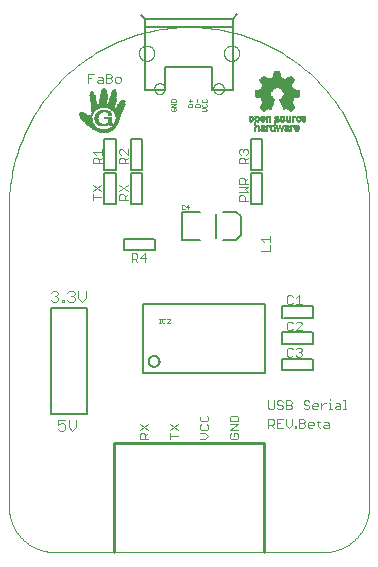
<source format=gto>
G75*
%MOIN*%
%OFA0B0*%
%FSLAX25Y25*%
%IPPOS*%
%LPD*%
%AMOC8*
5,1,8,0,0,1.08239X$1,22.5*
%
%ADD10C,0.00300*%
%ADD11C,0.00800*%
%ADD12C,0.00500*%
%ADD13C,0.00100*%
%ADD14C,0.00600*%
%ADD15C,0.00000*%
%ADD16C,0.01000*%
%ADD17R,0.00770X0.00035*%
%ADD18R,0.01400X0.00035*%
%ADD19R,0.01855X0.00035*%
%ADD20R,0.02170X0.00035*%
%ADD21R,0.02485X0.00035*%
%ADD22R,0.02765X0.00035*%
%ADD23R,0.02975X0.00035*%
%ADD24R,0.03220X0.00035*%
%ADD25R,0.03395X0.00035*%
%ADD26R,0.03605X0.00035*%
%ADD27R,0.03780X0.00035*%
%ADD28R,0.03955X0.00035*%
%ADD29R,0.04130X0.00035*%
%ADD30R,0.04270X0.00035*%
%ADD31R,0.04375X0.00035*%
%ADD32R,0.04550X0.00035*%
%ADD33R,0.04690X0.00035*%
%ADD34R,0.04865X0.00035*%
%ADD35R,0.04970X0.00035*%
%ADD36R,0.05110X0.00035*%
%ADD37R,0.05215X0.00035*%
%ADD38R,0.05355X0.00035*%
%ADD39R,0.05460X0.00035*%
%ADD40R,0.05600X0.00035*%
%ADD41R,0.05705X0.00035*%
%ADD42R,0.05810X0.00035*%
%ADD43R,0.05915X0.00035*%
%ADD44R,0.06055X0.00035*%
%ADD45R,0.06160X0.00035*%
%ADD46R,0.06265X0.00035*%
%ADD47R,0.06335X0.00035*%
%ADD48R,0.06440X0.00035*%
%ADD49R,0.06545X0.00035*%
%ADD50R,0.03080X0.00035*%
%ADD51R,0.02660X0.00035*%
%ADD52R,0.02870X0.00035*%
%ADD53R,0.02415X0.00035*%
%ADD54R,0.02730X0.00035*%
%ADD55R,0.02310X0.00035*%
%ADD56R,0.02695X0.00035*%
%ADD57R,0.02170X0.00035*%
%ADD58R,0.02590X0.00035*%
%ADD59R,0.02100X0.00035*%
%ADD60R,0.02520X0.00035*%
%ADD61R,0.02030X0.00035*%
%ADD62R,0.02450X0.00035*%
%ADD63R,0.01960X0.00035*%
%ADD64R,0.01890X0.00035*%
%ADD65R,0.02380X0.00035*%
%ADD66R,0.01785X0.00035*%
%ADD67R,0.01750X0.00035*%
%ADD68R,0.01715X0.00035*%
%ADD69R,0.02275X0.00035*%
%ADD70R,0.01645X0.00035*%
%ADD71R,0.02240X0.00035*%
%ADD72R,0.01610X0.00035*%
%ADD73R,0.02240X0.00035*%
%ADD74R,0.01575X0.00035*%
%ADD75R,0.01540X0.00035*%
%ADD76R,0.02205X0.00035*%
%ADD77R,0.01505X0.00035*%
%ADD78R,0.01470X0.00035*%
%ADD79R,0.01435X0.00035*%
%ADD80R,0.01365X0.00035*%
%ADD81R,0.01330X0.00035*%
%ADD82R,0.01295X0.00035*%
%ADD83R,0.01295X0.00035*%
%ADD84R,0.01260X0.00035*%
%ADD85R,0.01190X0.00035*%
%ADD86R,0.01225X0.00035*%
%ADD87R,0.00385X0.00035*%
%ADD88R,0.00980X0.00035*%
%ADD89R,0.01155X0.00035*%
%ADD90R,0.01645X0.00035*%
%ADD91R,0.01015X0.00035*%
%ADD92R,0.01050X0.00035*%
%ADD93R,0.02345X0.00035*%
%ADD94R,0.01085X0.00035*%
%ADD95R,0.02905X0.00035*%
%ADD96R,0.03045X0.00035*%
%ADD97R,0.01120X0.00035*%
%ADD98R,0.02345X0.00035*%
%ADD99R,0.03255X0.00035*%
%ADD100R,0.01120X0.00035*%
%ADD101R,0.03500X0.00035*%
%ADD102R,0.02415X0.00035*%
%ADD103R,0.03640X0.00035*%
%ADD104R,0.04900X0.00035*%
%ADD105R,0.04935X0.00035*%
%ADD106R,0.05005X0.00035*%
%ADD107R,0.01680X0.00035*%
%ADD108R,0.02065X0.00035*%
%ADD109R,0.02555X0.00035*%
%ADD110R,0.02590X0.00035*%
%ADD111R,0.02625X0.00035*%
%ADD112R,0.02695X0.00035*%
%ADD113R,0.01470X0.00035*%
%ADD114R,0.02765X0.00035*%
%ADD115R,0.02800X0.00035*%
%ADD116R,0.02835X0.00035*%
%ADD117R,0.01365X0.00035*%
%ADD118R,0.02940X0.00035*%
%ADD119R,0.03010X0.00035*%
%ADD120R,0.03045X0.00035*%
%ADD121R,0.03115X0.00035*%
%ADD122R,0.03150X0.00035*%
%ADD123R,0.03185X0.00035*%
%ADD124R,0.03220X0.00035*%
%ADD125R,0.01190X0.00035*%
%ADD126R,0.03290X0.00035*%
%ADD127R,0.03325X0.00035*%
%ADD128R,0.03360X0.00035*%
%ADD129R,0.03430X0.00035*%
%ADD130R,0.03465X0.00035*%
%ADD131R,0.03535X0.00035*%
%ADD132R,0.03570X0.00035*%
%ADD133R,0.03675X0.00035*%
%ADD134R,0.03710X0.00035*%
%ADD135R,0.03745X0.00035*%
%ADD136R,0.03815X0.00035*%
%ADD137R,0.03850X0.00035*%
%ADD138R,0.03885X0.00035*%
%ADD139R,0.03920X0.00035*%
%ADD140R,0.03990X0.00035*%
%ADD141R,0.04025X0.00035*%
%ADD142R,0.02870X0.00035*%
%ADD143R,0.04095X0.00035*%
%ADD144R,0.04165X0.00035*%
%ADD145R,0.04200X0.00035*%
%ADD146R,0.04235X0.00035*%
%ADD147R,0.04270X0.00035*%
%ADD148R,0.01820X0.00035*%
%ADD149R,0.04305X0.00035*%
%ADD150R,0.04340X0.00035*%
%ADD151R,0.01925X0.00035*%
%ADD152R,0.04410X0.00035*%
%ADD153R,0.00945X0.00035*%
%ADD154R,0.00875X0.00035*%
%ADD155R,0.00840X0.00035*%
%ADD156R,0.02135X0.00035*%
%ADD157R,0.00805X0.00035*%
%ADD158R,0.00735X0.00035*%
%ADD159R,0.01995X0.00035*%
%ADD160R,0.02520X0.00035*%
%ADD161R,0.01540X0.00035*%
%ADD162R,0.00770X0.00035*%
%ADD163R,0.00665X0.00035*%
%ADD164R,0.00420X0.00035*%
%ADD165R,0.00910X0.00035*%
%ADD166R,0.04060X0.00035*%
%ADD167R,0.01015X0.00035*%
%ADD168R,0.03115X0.00035*%
%ADD169R,0.03395X0.00035*%
%ADD170R,0.03745X0.00035*%
%ADD171R,0.04340X0.00035*%
%ADD172R,0.04480X0.00035*%
%ADD173R,0.02065X0.00035*%
%ADD174R,0.04515X0.00035*%
%ADD175R,0.04585X0.00035*%
%ADD176R,0.04760X0.00035*%
%ADD177R,0.04830X0.00035*%
%ADD178R,0.07805X0.00035*%
%ADD179R,0.07840X0.00035*%
%ADD180R,0.07875X0.00035*%
%ADD181R,0.07910X0.00035*%
%ADD182R,0.07945X0.00035*%
%ADD183R,0.07980X0.00035*%
%ADD184R,0.08015X0.00035*%
%ADD185R,0.08050X0.00035*%
%ADD186R,0.05635X0.00035*%
%ADD187R,0.01995X0.00035*%
%ADD188R,0.01890X0.00035*%
%ADD189R,0.01715X0.00035*%
%ADD190R,0.00945X0.00035*%
%ADD191R,0.00560X0.00035*%
%ADD192R,0.01820X0.00035*%
%ADD193R,0.00700X0.00035*%
%ADD194R,0.00630X0.00035*%
%ADD195R,0.00525X0.00035*%
%ADD196R,0.00175X0.00035*%
%ADD197R,0.00595X0.00035*%
%ADD198R,0.00490X0.00035*%
%ADD199R,0.00210X0.00035*%
%ADD200R,0.00490X0.00035*%
%ADD201R,0.00315X0.00035*%
%ADD202R,0.00520X0.00040*%
%ADD203R,0.00520X0.00040*%
%ADD204R,0.00760X0.00040*%
%ADD205R,0.00640X0.00040*%
%ADD206R,0.00440X0.00040*%
%ADD207R,0.00480X0.00040*%
%ADD208R,0.00520X0.00040*%
%ADD209R,0.00520X0.00040*%
%ADD210R,0.01400X0.00040*%
%ADD211R,0.00800X0.00040*%
%ADD212R,0.00480X0.00040*%
%ADD213R,0.00960X0.00040*%
%ADD214R,0.01440X0.00040*%
%ADD215R,0.01080X0.00040*%
%ADD216R,0.01520X0.00040*%
%ADD217R,0.01440X0.00040*%
%ADD218R,0.00560X0.00040*%
%ADD219R,0.01480X0.00040*%
%ADD220R,0.01200X0.00040*%
%ADD221R,0.01560X0.00040*%
%ADD222R,0.01320X0.00040*%
%ADD223R,0.01560X0.00040*%
%ADD224R,0.01520X0.00040*%
%ADD225R,0.00600X0.00040*%
%ADD226R,0.00560X0.00040*%
%ADD227R,0.01400X0.00040*%
%ADD228R,0.01600X0.00040*%
%ADD229R,0.00600X0.00040*%
%ADD230R,0.00640X0.00040*%
%ADD231R,0.01640X0.00040*%
%ADD232R,0.00680X0.00040*%
%ADD233R,0.01680X0.00040*%
%ADD234R,0.01680X0.00040*%
%ADD235R,0.01640X0.00040*%
%ADD236R,0.00720X0.00040*%
%ADD237R,0.01480X0.00040*%
%ADD238R,0.00760X0.00040*%
%ADD239R,0.00720X0.00040*%
%ADD240R,0.00640X0.00040*%
%ADD241R,0.00360X0.00040*%
%ADD242R,0.00240X0.00040*%
%ADD243R,0.00160X0.00040*%
%ADD244R,0.00840X0.00040*%
%ADD245R,0.00080X0.00040*%
%ADD246R,0.00880X0.00040*%
%ADD247R,0.00920X0.00040*%
%ADD248R,0.00960X0.00040*%
%ADD249R,0.01640X0.00040*%
%ADD250R,0.01760X0.00040*%
%ADD251R,0.00440X0.00040*%
%ADD252R,0.01000X0.00040*%
%ADD253R,0.01760X0.00040*%
%ADD254R,0.00440X0.00040*%
%ADD255R,0.01320X0.00040*%
%ADD256R,0.01200X0.00040*%
%ADD257R,0.00920X0.00040*%
%ADD258R,0.00840X0.00040*%
%ADD259R,0.00800X0.00040*%
%ADD260R,0.00080X0.00040*%
%ADD261R,0.00120X0.00040*%
%ADD262R,0.00240X0.00040*%
%ADD263R,0.00720X0.00040*%
%ADD264R,0.00200X0.00040*%
%ADD265R,0.00400X0.00040*%
%ADD266R,0.01240X0.00040*%
%ADD267R,0.01640X0.00040*%
%ADD268R,0.01440X0.00040*%
%ADD269R,0.01280X0.00040*%
%ADD270R,0.01520X0.00040*%
%ADD271R,0.01280X0.00040*%
%ADD272R,0.01520X0.00040*%
%ADD273R,0.01360X0.00040*%
%ADD274R,0.01440X0.00040*%
%ADD275R,0.01240X0.00040*%
%ADD276R,0.01120X0.00040*%
%ADD277R,0.01240X0.00040*%
%ADD278R,0.01040X0.00040*%
%ADD279R,0.00840X0.00040*%
%ADD280R,0.00440X0.00040*%
%ADD281R,0.00400X0.00040*%
%ADD282R,0.00320X0.00040*%
%ADD283R,0.00920X0.00040*%
%ADD284R,0.01040X0.00040*%
%ADD285R,0.01000X0.00040*%
%ADD286R,0.01080X0.00040*%
%ADD287R,0.01160X0.00040*%
%ADD288R,0.01040X0.00040*%
%ADD289R,0.01160X0.00040*%
%ADD290R,0.01600X0.00040*%
%ADD291R,0.01720X0.00040*%
%ADD292R,0.01720X0.00040*%
%ADD293R,0.00640X0.00040*%
%ADD294R,0.00680X0.00040*%
%ADD295R,0.00360X0.00040*%
%ADD296R,0.00280X0.00040*%
%ADD297R,0.00120X0.00040*%
%ADD298R,0.00040X0.00040*%
%ADD299R,0.00040X0.00040*%
%ADD300R,0.01320X0.00040*%
%ADD301R,0.00280X0.00040*%
%ADD302R,0.00320X0.00040*%
%ADD303R,0.01320X0.00040*%
%ADD304R,0.01120X0.00040*%
%ADD305R,0.01120X0.00040*%
%ADD306R,0.01800X0.00040*%
%ADD307R,0.01920X0.00040*%
%ADD308R,0.01920X0.00040*%
%ADD309R,0.02000X0.00040*%
%ADD310R,0.02120X0.00040*%
%ADD311R,0.02200X0.00040*%
%ADD312R,0.02320X0.00040*%
%ADD313R,0.02400X0.00040*%
%ADD314R,0.02520X0.00040*%
%ADD315R,0.02600X0.00040*%
%ADD316R,0.00880X0.00040*%
%ADD317R,0.03680X0.00040*%
%ADD318R,0.03720X0.00040*%
%ADD319R,0.03800X0.00040*%
%ADD320R,0.03840X0.00040*%
%ADD321R,0.03840X0.00040*%
%ADD322R,0.03920X0.00040*%
%ADD323R,0.03960X0.00040*%
%ADD324R,0.04000X0.00040*%
%ADD325R,0.04080X0.00040*%
%ADD326R,0.04120X0.00040*%
%ADD327R,0.04160X0.00040*%
%ADD328R,0.04200X0.00040*%
%ADD329R,0.04200X0.00040*%
%ADD330R,0.04160X0.00040*%
%ADD331R,0.04120X0.00040*%
%ADD332R,0.04080X0.00040*%
%ADD333R,0.04040X0.00040*%
%ADD334R,0.04040X0.00040*%
%ADD335R,0.04040X0.00040*%
%ADD336R,0.04040X0.00040*%
%ADD337R,0.03960X0.00040*%
%ADD338R,0.03920X0.00040*%
%ADD339R,0.03920X0.00040*%
%ADD340R,0.03880X0.00040*%
%ADD341R,0.03920X0.00040*%
%ADD342R,0.03880X0.00040*%
%ADD343R,0.03800X0.00040*%
%ADD344R,0.04240X0.00040*%
%ADD345R,0.04240X0.00040*%
%ADD346R,0.04280X0.00040*%
%ADD347R,0.04360X0.00040*%
%ADD348R,0.04400X0.00040*%
%ADD349R,0.04440X0.00040*%
%ADD350R,0.04520X0.00040*%
%ADD351R,0.04520X0.00040*%
%ADD352R,0.04520X0.00040*%
%ADD353R,0.04520X0.00040*%
%ADD354R,0.04480X0.00040*%
%ADD355R,0.04440X0.00040*%
%ADD356R,0.04400X0.00040*%
%ADD357R,0.04360X0.00040*%
%ADD358R,0.04320X0.00040*%
%ADD359R,0.04240X0.00040*%
%ADD360R,0.04320X0.00040*%
%ADD361R,0.04320X0.00040*%
%ADD362R,0.04560X0.00040*%
%ADD363R,0.04720X0.00040*%
%ADD364R,0.04920X0.00040*%
%ADD365R,0.04920X0.00040*%
%ADD366R,0.05080X0.00040*%
%ADD367R,0.05240X0.00040*%
%ADD368R,0.05240X0.00040*%
%ADD369R,0.05480X0.00040*%
%ADD370R,0.05640X0.00040*%
%ADD371R,0.05640X0.00040*%
%ADD372R,0.05680X0.00040*%
%ADD373R,0.05640X0.00040*%
%ADD374R,0.05600X0.00040*%
%ADD375R,0.05600X0.00040*%
%ADD376R,0.05560X0.00040*%
%ADD377R,0.05520X0.00040*%
%ADD378R,0.05520X0.00040*%
%ADD379R,0.05480X0.00040*%
%ADD380R,0.05440X0.00040*%
%ADD381R,0.05440X0.00040*%
%ADD382R,0.05560X0.00040*%
%ADD383R,0.05680X0.00040*%
%ADD384R,0.05440X0.00040*%
%ADD385R,0.05280X0.00040*%
%ADD386R,0.04920X0.00040*%
%ADD387R,0.04600X0.00040*%
%ADD388R,0.04840X0.00040*%
%ADD389R,0.10440X0.00040*%
%ADD390R,0.10360X0.00040*%
%ADD391R,0.10360X0.00040*%
%ADD392R,0.10280X0.00040*%
%ADD393R,0.10200X0.00040*%
%ADD394R,0.10200X0.00040*%
%ADD395R,0.10120X0.00040*%
%ADD396R,0.10040X0.00040*%
%ADD397R,0.10040X0.00040*%
%ADD398R,0.09960X0.00040*%
%ADD399R,0.09880X0.00040*%
%ADD400R,0.09880X0.00040*%
%ADD401R,0.09800X0.00040*%
%ADD402R,0.09720X0.00040*%
%ADD403R,0.09720X0.00040*%
%ADD404R,0.10280X0.00040*%
%ADD405R,0.10520X0.00040*%
%ADD406R,0.10520X0.00040*%
%ADD407R,0.10600X0.00040*%
%ADD408R,0.10680X0.00040*%
%ADD409R,0.10760X0.00040*%
%ADD410R,0.10840X0.00040*%
%ADD411R,0.10920X0.00040*%
%ADD412R,0.11000X0.00040*%
%ADD413R,0.11080X0.00040*%
%ADD414R,0.11080X0.00040*%
%ADD415R,0.11160X0.00040*%
%ADD416R,0.11240X0.00040*%
%ADD417R,0.11320X0.00040*%
%ADD418R,0.11400X0.00040*%
%ADD419R,0.11400X0.00040*%
%ADD420R,0.11480X0.00040*%
%ADD421R,0.11560X0.00040*%
%ADD422R,0.11640X0.00040*%
%ADD423R,0.11640X0.00040*%
%ADD424R,0.11720X0.00040*%
%ADD425R,0.11800X0.00040*%
%ADD426R,0.11880X0.00040*%
%ADD427R,0.11880X0.00040*%
%ADD428R,0.11960X0.00040*%
%ADD429R,0.11720X0.00040*%
%ADD430R,0.11320X0.00040*%
%ADD431R,0.02760X0.00040*%
%ADD432R,0.05400X0.00040*%
%ADD433R,0.02640X0.00040*%
%ADD434R,0.05160X0.00040*%
%ADD435R,0.02560X0.00040*%
%ADD436R,0.05000X0.00040*%
%ADD437R,0.02440X0.00040*%
%ADD438R,0.04760X0.00040*%
%ADD439R,0.02440X0.00040*%
%ADD440R,0.02360X0.00040*%
%ADD441R,0.04600X0.00040*%
%ADD442R,0.02280X0.00040*%
%ADD443R,0.02240X0.00040*%
%ADD444R,0.02160X0.00040*%
%ADD445R,0.02080X0.00040*%
%ADD446R,0.01960X0.00040*%
%ADD447R,0.01880X0.00040*%
%ADD448R,0.03640X0.00040*%
%ADD449R,0.03400X0.00040*%
%ADD450R,0.03240X0.00040*%
%ADD451R,0.03000X0.00040*%
%ADD452R,0.02920X0.00040*%
%ADD453R,0.01360X0.00040*%
%ADD454R,0.02840X0.00040*%
%ADD455R,0.02840X0.00040*%
%ADD456R,0.02760X0.00040*%
%ADD457R,0.02680X0.00040*%
%ADD458R,0.02680X0.00040*%
%ADD459R,0.02600X0.00040*%
%ADD460R,0.02520X0.00040*%
%ADD461R,0.02520X0.00040*%
%ADD462R,0.02440X0.00040*%
%ADD463R,0.02360X0.00040*%
%ADD464R,0.02280X0.00040*%
%ADD465R,0.02200X0.00040*%
%ADD466R,0.02120X0.00040*%
D10*
X0020934Y0044500D02*
X0020317Y0045117D01*
X0020934Y0044500D02*
X0022168Y0044500D01*
X0022786Y0045117D01*
X0022786Y0046352D01*
X0022168Y0046969D01*
X0021551Y0046969D01*
X0020317Y0046352D01*
X0020317Y0048203D01*
X0022786Y0048203D01*
X0024000Y0048203D02*
X0024000Y0045734D01*
X0025234Y0044500D01*
X0026469Y0045734D01*
X0026469Y0048203D01*
X0047648Y0046631D02*
X0050550Y0044697D01*
X0050550Y0043685D02*
X0049583Y0042717D01*
X0049583Y0043201D02*
X0049583Y0041750D01*
X0050550Y0041750D02*
X0047648Y0041750D01*
X0047648Y0043201D01*
X0048131Y0043685D01*
X0049099Y0043685D01*
X0049583Y0043201D01*
X0047648Y0044697D02*
X0050550Y0046631D01*
X0057648Y0046631D02*
X0060550Y0044697D01*
X0060550Y0046631D02*
X0057648Y0044697D01*
X0057648Y0043685D02*
X0057648Y0041750D01*
X0057648Y0042717D02*
X0060550Y0042717D01*
X0067648Y0041750D02*
X0069583Y0041750D01*
X0070550Y0042717D01*
X0069583Y0043685D01*
X0067648Y0043685D01*
X0068131Y0044697D02*
X0067648Y0045180D01*
X0067648Y0046148D01*
X0068131Y0046631D01*
X0068131Y0047643D02*
X0067648Y0048127D01*
X0067648Y0049094D01*
X0068131Y0049578D01*
X0068131Y0047643D02*
X0070066Y0047643D01*
X0070550Y0048127D01*
X0070550Y0049094D01*
X0070066Y0049578D01*
X0070066Y0046631D02*
X0070550Y0046148D01*
X0070550Y0045180D01*
X0070066Y0044697D01*
X0068131Y0044697D01*
X0077648Y0044697D02*
X0080550Y0046631D01*
X0077648Y0046631D01*
X0077648Y0047643D02*
X0077648Y0049094D01*
X0078131Y0049578D01*
X0080066Y0049578D01*
X0080550Y0049094D01*
X0080550Y0047643D01*
X0077648Y0047643D01*
X0077648Y0044697D02*
X0080550Y0044697D01*
X0080066Y0043685D02*
X0079099Y0043685D01*
X0079099Y0042717D01*
X0080066Y0041750D02*
X0078131Y0041750D01*
X0077648Y0042234D01*
X0077648Y0043201D01*
X0078131Y0043685D01*
X0080066Y0043685D02*
X0080550Y0043201D01*
X0080550Y0042234D01*
X0080066Y0041750D01*
X0090500Y0045500D02*
X0090500Y0048402D01*
X0091951Y0048402D01*
X0092435Y0047919D01*
X0092435Y0046951D01*
X0091951Y0046467D01*
X0090500Y0046467D01*
X0091467Y0046467D02*
X0092435Y0045500D01*
X0093447Y0045500D02*
X0095381Y0045500D01*
X0096393Y0046467D02*
X0096393Y0048402D01*
X0095381Y0048402D02*
X0093447Y0048402D01*
X0093447Y0045500D01*
X0093447Y0046951D02*
X0094414Y0046951D01*
X0096393Y0046467D02*
X0097361Y0045500D01*
X0098328Y0046467D01*
X0098328Y0048402D01*
X0099340Y0045984D02*
X0099823Y0045984D01*
X0099823Y0045500D01*
X0099340Y0045500D01*
X0099340Y0045984D01*
X0100813Y0045500D02*
X0100813Y0048402D01*
X0102264Y0048402D01*
X0102748Y0047919D01*
X0102748Y0047435D01*
X0102264Y0046951D01*
X0100813Y0046951D01*
X0100813Y0045500D02*
X0102264Y0045500D01*
X0102748Y0045984D01*
X0102748Y0046467D01*
X0102264Y0046951D01*
X0103759Y0046951D02*
X0104243Y0047435D01*
X0105211Y0047435D01*
X0105694Y0046951D01*
X0105694Y0046467D01*
X0103759Y0046467D01*
X0103759Y0045984D02*
X0103759Y0046951D01*
X0103759Y0045984D02*
X0104243Y0045500D01*
X0105211Y0045500D01*
X0107190Y0045984D02*
X0107190Y0047919D01*
X0107673Y0047435D02*
X0106706Y0047435D01*
X0107190Y0045984D02*
X0107673Y0045500D01*
X0108670Y0045984D02*
X0109154Y0046467D01*
X0110605Y0046467D01*
X0110605Y0046951D02*
X0110605Y0045500D01*
X0109154Y0045500D01*
X0108670Y0045984D01*
X0109154Y0047435D02*
X0110121Y0047435D01*
X0110605Y0046951D01*
X0110635Y0051750D02*
X0111602Y0051750D01*
X0111118Y0051750D02*
X0111118Y0053685D01*
X0110635Y0053685D01*
X0109630Y0053685D02*
X0109147Y0053685D01*
X0108179Y0052717D01*
X0108179Y0051750D02*
X0108179Y0053685D01*
X0107168Y0053201D02*
X0107168Y0052717D01*
X0105233Y0052717D01*
X0105233Y0052234D02*
X0105233Y0053201D01*
X0105716Y0053685D01*
X0106684Y0053685D01*
X0107168Y0053201D01*
X0106684Y0051750D02*
X0105716Y0051750D01*
X0105233Y0052234D01*
X0104221Y0052234D02*
X0104221Y0052717D01*
X0103737Y0053201D01*
X0102770Y0053201D01*
X0102286Y0053685D01*
X0102286Y0054169D01*
X0102770Y0054652D01*
X0103737Y0054652D01*
X0104221Y0054169D01*
X0104221Y0052234D02*
X0103737Y0051750D01*
X0102770Y0051750D01*
X0102286Y0052234D01*
X0098328Y0052234D02*
X0097844Y0051750D01*
X0096393Y0051750D01*
X0096393Y0054652D01*
X0097844Y0054652D01*
X0098328Y0054169D01*
X0098328Y0053685D01*
X0097844Y0053201D01*
X0096393Y0053201D01*
X0095381Y0052717D02*
X0095381Y0052234D01*
X0094898Y0051750D01*
X0093930Y0051750D01*
X0093447Y0052234D01*
X0092435Y0052234D02*
X0092435Y0054652D01*
X0093447Y0054169D02*
X0093447Y0053685D01*
X0093930Y0053201D01*
X0094898Y0053201D01*
X0095381Y0052717D01*
X0095381Y0054169D02*
X0094898Y0054652D01*
X0093930Y0054652D01*
X0093447Y0054169D01*
X0092435Y0052234D02*
X0091951Y0051750D01*
X0090984Y0051750D01*
X0090500Y0052234D01*
X0090500Y0054652D01*
X0097844Y0053201D02*
X0098328Y0052717D01*
X0098328Y0052234D01*
X0098201Y0069250D02*
X0097234Y0069250D01*
X0096750Y0069734D01*
X0096750Y0071669D01*
X0097234Y0072152D01*
X0098201Y0072152D01*
X0098685Y0071669D01*
X0099697Y0071669D02*
X0100180Y0072152D01*
X0101148Y0072152D01*
X0101631Y0071669D01*
X0101631Y0071185D01*
X0101148Y0070701D01*
X0101631Y0070217D01*
X0101631Y0069734D01*
X0101148Y0069250D01*
X0100180Y0069250D01*
X0099697Y0069734D01*
X0098685Y0069734D02*
X0098201Y0069250D01*
X0100664Y0070701D02*
X0101148Y0070701D01*
X0101631Y0078000D02*
X0099697Y0078000D01*
X0101631Y0079935D01*
X0101631Y0080419D01*
X0101148Y0080902D01*
X0100180Y0080902D01*
X0099697Y0080419D01*
X0098685Y0080419D02*
X0098201Y0080902D01*
X0097234Y0080902D01*
X0096750Y0080419D01*
X0096750Y0078484D01*
X0097234Y0078000D01*
X0098201Y0078000D01*
X0098685Y0078484D01*
X0098201Y0086750D02*
X0097234Y0086750D01*
X0096750Y0087234D01*
X0096750Y0089169D01*
X0097234Y0089652D01*
X0098201Y0089652D01*
X0098685Y0089169D01*
X0099697Y0088685D02*
X0100664Y0089652D01*
X0100664Y0086750D01*
X0099697Y0086750D02*
X0101631Y0086750D01*
X0098685Y0087234D02*
X0098201Y0086750D01*
X0090950Y0104500D02*
X0088048Y0104500D01*
X0090950Y0104500D02*
X0090950Y0106435D01*
X0090950Y0107447D02*
X0090950Y0109381D01*
X0090950Y0108414D02*
X0088048Y0108414D01*
X0089015Y0107447D01*
X0083656Y0121029D02*
X0080753Y0121029D01*
X0080753Y0122480D01*
X0081237Y0122964D01*
X0082205Y0122964D01*
X0082688Y0122480D01*
X0082688Y0121029D01*
X0083656Y0123975D02*
X0082688Y0124943D01*
X0083656Y0125910D01*
X0080753Y0125910D01*
X0080753Y0126922D02*
X0080753Y0128373D01*
X0081237Y0128857D01*
X0082205Y0128857D01*
X0082688Y0128373D01*
X0082688Y0126922D01*
X0082688Y0127889D02*
X0083656Y0128857D01*
X0083656Y0126922D02*
X0080753Y0126922D01*
X0080753Y0123975D02*
X0083656Y0123975D01*
X0083694Y0133632D02*
X0080792Y0133632D01*
X0080792Y0135083D01*
X0081275Y0135567D01*
X0082243Y0135567D01*
X0082727Y0135083D01*
X0082727Y0133632D01*
X0082727Y0134599D02*
X0083694Y0135567D01*
X0083210Y0136578D02*
X0083694Y0137062D01*
X0083694Y0138030D01*
X0083210Y0138513D01*
X0082727Y0138513D01*
X0082243Y0138030D01*
X0082243Y0137546D01*
X0082243Y0138030D02*
X0081759Y0138513D01*
X0081275Y0138513D01*
X0080792Y0138030D01*
X0080792Y0137062D01*
X0081275Y0136578D01*
X0049373Y0103697D02*
X0049373Y0100794D01*
X0049857Y0102245D02*
X0047922Y0102245D01*
X0049373Y0103697D01*
X0046910Y0103213D02*
X0046910Y0102245D01*
X0046426Y0101762D01*
X0044975Y0101762D01*
X0045943Y0101762D02*
X0046910Y0100794D01*
X0044975Y0100794D02*
X0044975Y0103697D01*
X0046426Y0103697D01*
X0046910Y0103213D01*
X0043656Y0121475D02*
X0040753Y0121475D01*
X0040753Y0122926D01*
X0041237Y0123410D01*
X0042205Y0123410D01*
X0042688Y0122926D01*
X0042688Y0121475D01*
X0042688Y0122443D02*
X0043656Y0123410D01*
X0043656Y0124422D02*
X0040753Y0126357D01*
X0040753Y0124422D02*
X0043656Y0126357D01*
X0043694Y0133632D02*
X0040792Y0133632D01*
X0040792Y0135083D01*
X0041275Y0135567D01*
X0042243Y0135567D01*
X0042727Y0135083D01*
X0042727Y0133632D01*
X0042727Y0134599D02*
X0043694Y0135567D01*
X0043694Y0136578D02*
X0041759Y0138513D01*
X0041275Y0138513D01*
X0040792Y0138030D01*
X0040792Y0137062D01*
X0041275Y0136578D01*
X0043694Y0136578D02*
X0043694Y0138513D01*
X0034944Y0138513D02*
X0034944Y0136578D01*
X0034944Y0137546D02*
X0032042Y0137546D01*
X0033009Y0136578D01*
X0032525Y0135567D02*
X0033493Y0135567D01*
X0033977Y0135083D01*
X0033977Y0133632D01*
X0034944Y0133632D02*
X0032042Y0133632D01*
X0032042Y0135083D01*
X0032525Y0135567D01*
X0033977Y0134599D02*
X0034944Y0135567D01*
X0034906Y0126357D02*
X0032003Y0124422D01*
X0032003Y0123410D02*
X0032003Y0121475D01*
X0032003Y0122443D02*
X0034906Y0122443D01*
X0034906Y0124422D02*
X0032003Y0126357D01*
X0030500Y0160500D02*
X0030500Y0163402D01*
X0032435Y0163402D01*
X0031467Y0161951D02*
X0030500Y0161951D01*
X0033447Y0160984D02*
X0033930Y0161467D01*
X0035381Y0161467D01*
X0035381Y0161951D02*
X0035381Y0160500D01*
X0033930Y0160500D01*
X0033447Y0160984D01*
X0033930Y0162435D02*
X0034898Y0162435D01*
X0035381Y0161951D01*
X0036393Y0161951D02*
X0037844Y0161951D01*
X0038328Y0161467D01*
X0038328Y0160984D01*
X0037844Y0160500D01*
X0036393Y0160500D01*
X0036393Y0163402D01*
X0037844Y0163402D01*
X0038328Y0162919D01*
X0038328Y0162435D01*
X0037844Y0161951D01*
X0039340Y0161951D02*
X0039340Y0160984D01*
X0039823Y0160500D01*
X0040791Y0160500D01*
X0041275Y0160984D01*
X0041275Y0161951D01*
X0040791Y0162435D01*
X0039823Y0162435D01*
X0039340Y0161951D01*
X0029731Y0091203D02*
X0029731Y0088734D01*
X0028497Y0087500D01*
X0027262Y0088734D01*
X0027262Y0091203D01*
X0026048Y0090586D02*
X0026048Y0089969D01*
X0025431Y0089352D01*
X0026048Y0088734D01*
X0026048Y0088117D01*
X0025431Y0087500D01*
X0024196Y0087500D01*
X0023579Y0088117D01*
X0022355Y0088117D02*
X0022355Y0087500D01*
X0021738Y0087500D01*
X0021738Y0088117D01*
X0022355Y0088117D01*
X0020523Y0088117D02*
X0020523Y0088734D01*
X0019906Y0089352D01*
X0019289Y0089352D01*
X0019906Y0089352D02*
X0020523Y0089969D01*
X0020523Y0090586D01*
X0019906Y0091203D01*
X0018672Y0091203D01*
X0018055Y0090586D01*
X0018055Y0088117D02*
X0018672Y0087500D01*
X0019906Y0087500D01*
X0020523Y0088117D01*
X0023579Y0090586D02*
X0024196Y0091203D01*
X0025431Y0091203D01*
X0026048Y0090586D01*
X0025431Y0089352D02*
X0024814Y0089352D01*
X0111118Y0055136D02*
X0111118Y0054652D01*
X0113083Y0053685D02*
X0114050Y0053685D01*
X0114534Y0053201D01*
X0114534Y0051750D01*
X0113083Y0051750D01*
X0112599Y0052234D01*
X0113083Y0052717D01*
X0114534Y0052717D01*
X0115545Y0051750D02*
X0116513Y0051750D01*
X0116029Y0051750D02*
X0116029Y0054652D01*
X0115545Y0054652D01*
D11*
X0079868Y0108126D02*
X0081443Y0109700D01*
X0081443Y0116000D01*
X0079868Y0117574D01*
X0075537Y0117574D01*
X0075537Y0108126D02*
X0079868Y0108126D01*
X0067663Y0108126D02*
X0061757Y0108126D01*
X0061757Y0117574D01*
X0067663Y0117574D01*
D12*
X0073100Y0116850D02*
X0073100Y0108850D01*
X0084631Y0120232D02*
X0088569Y0120232D01*
X0088569Y0130468D01*
X0084631Y0130468D01*
X0084631Y0130074D02*
X0084631Y0120232D01*
X0084631Y0131482D02*
X0088569Y0131482D01*
X0088569Y0131876D02*
X0088569Y0141718D01*
X0084631Y0141718D01*
X0084631Y0131482D01*
X0078864Y0158145D02*
X0071893Y0158145D01*
X0071893Y0165663D01*
X0056207Y0165663D01*
X0056207Y0158145D01*
X0049336Y0158145D01*
X0049336Y0181767D01*
X0049533Y0181767D01*
X0047958Y0182948D01*
X0049533Y0181767D02*
X0078667Y0181767D01*
X0080242Y0183342D01*
X0078864Y0181767D02*
X0078864Y0158145D01*
X0078667Y0179011D02*
X0049533Y0179011D01*
X0048569Y0141718D02*
X0044631Y0141718D01*
X0044631Y0131482D01*
X0048569Y0131482D01*
X0048569Y0131876D02*
X0048569Y0141718D01*
X0039819Y0141718D02*
X0039819Y0131876D01*
X0039819Y0131482D02*
X0035881Y0131482D01*
X0035881Y0141718D01*
X0039819Y0141718D01*
X0039819Y0130468D02*
X0035881Y0130468D01*
X0035881Y0130074D02*
X0035881Y0120232D01*
X0039819Y0120232D01*
X0039819Y0130468D01*
X0044631Y0130468D02*
X0048569Y0130468D01*
X0048569Y0120232D01*
X0044631Y0120232D01*
X0044631Y0130074D01*
X0042482Y0108569D02*
X0042482Y0104631D01*
X0052718Y0104631D01*
X0052718Y0108569D01*
X0052324Y0108569D02*
X0042482Y0108569D01*
X0030006Y0085567D02*
X0030006Y0050133D01*
X0018194Y0050133D01*
X0018194Y0085567D01*
X0030006Y0085567D01*
X0095232Y0086069D02*
X0095232Y0082131D01*
X0095626Y0082131D02*
X0105468Y0082131D01*
X0105468Y0086069D01*
X0095232Y0086069D01*
X0095232Y0077319D02*
X0095232Y0073381D01*
X0105468Y0073381D01*
X0105468Y0077319D01*
X0105074Y0077319D02*
X0095232Y0077319D01*
X0095232Y0068569D02*
X0095232Y0064631D01*
X0105468Y0064631D01*
X0105468Y0068569D01*
X0105074Y0068569D02*
X0095232Y0068569D01*
D13*
X0063874Y0118337D02*
X0063874Y0119838D01*
X0063123Y0119088D01*
X0064124Y0119088D01*
X0062651Y0119588D02*
X0062401Y0119838D01*
X0061900Y0119838D01*
X0061650Y0119588D01*
X0061650Y0118587D01*
X0061900Y0118337D01*
X0062401Y0118337D01*
X0062651Y0118587D01*
X0059494Y0151020D02*
X0058493Y0151020D01*
X0058243Y0151270D01*
X0058243Y0151770D01*
X0058493Y0152020D01*
X0058994Y0152020D02*
X0058994Y0151520D01*
X0058994Y0152020D02*
X0059494Y0152020D01*
X0059744Y0151770D01*
X0059744Y0151270D01*
X0059494Y0151020D01*
X0059744Y0152493D02*
X0058243Y0152493D01*
X0059744Y0153494D01*
X0058243Y0153494D01*
X0058243Y0153966D02*
X0058243Y0154717D01*
X0058493Y0154967D01*
X0059494Y0154967D01*
X0059744Y0154717D01*
X0059744Y0153966D01*
X0058243Y0153966D01*
X0063755Y0153243D02*
X0063755Y0152493D01*
X0065256Y0152493D01*
X0065256Y0153243D01*
X0065006Y0153494D01*
X0064005Y0153494D01*
X0063755Y0153243D01*
X0064506Y0153966D02*
X0064506Y0154967D01*
X0064005Y0154467D02*
X0065006Y0154467D01*
X0066117Y0153243D02*
X0066117Y0152493D01*
X0067619Y0152493D01*
X0067619Y0153243D01*
X0067368Y0153494D01*
X0066367Y0153494D01*
X0066117Y0153243D01*
X0066868Y0153966D02*
X0066868Y0154967D01*
X0068479Y0154717D02*
X0068479Y0154216D01*
X0068730Y0153966D01*
X0069730Y0153966D01*
X0069981Y0154216D01*
X0069981Y0154717D01*
X0069730Y0154967D01*
X0068730Y0154967D02*
X0068479Y0154717D01*
X0068730Y0153494D02*
X0068479Y0153243D01*
X0068479Y0152743D01*
X0068730Y0152493D01*
X0069730Y0152493D01*
X0069981Y0152743D01*
X0069981Y0153243D01*
X0069730Y0153494D01*
X0069480Y0152020D02*
X0068479Y0152020D01*
X0068479Y0151020D02*
X0069480Y0151020D01*
X0069981Y0151520D01*
X0069480Y0152020D01*
X0057356Y0081901D02*
X0056856Y0081901D01*
X0056605Y0081651D01*
X0056133Y0081651D02*
X0055883Y0081901D01*
X0055382Y0081901D01*
X0055132Y0081651D01*
X0055132Y0080650D01*
X0055382Y0080400D01*
X0055883Y0080400D01*
X0056133Y0080650D01*
X0056605Y0080400D02*
X0057606Y0081401D01*
X0057606Y0081651D01*
X0057356Y0081901D01*
X0057606Y0080400D02*
X0056605Y0080400D01*
X0054650Y0080400D02*
X0054150Y0080400D01*
X0054400Y0080400D02*
X0054400Y0081901D01*
X0054150Y0081901D02*
X0054650Y0081901D01*
D14*
X0048628Y0086866D02*
X0048628Y0063834D01*
X0089572Y0063834D01*
X0089572Y0086866D01*
X0048628Y0086866D01*
X0050657Y0067673D02*
X0050659Y0067758D01*
X0050665Y0067842D01*
X0050675Y0067927D01*
X0050689Y0068010D01*
X0050706Y0068093D01*
X0050728Y0068175D01*
X0050754Y0068256D01*
X0050783Y0068336D01*
X0050816Y0068414D01*
X0050852Y0068490D01*
X0050892Y0068565D01*
X0050936Y0068638D01*
X0050983Y0068709D01*
X0051033Y0068777D01*
X0051086Y0068843D01*
X0051143Y0068906D01*
X0051202Y0068967D01*
X0051264Y0069025D01*
X0051329Y0069080D01*
X0051396Y0069132D01*
X0051465Y0069180D01*
X0051537Y0069225D01*
X0051611Y0069267D01*
X0051687Y0069305D01*
X0051764Y0069340D01*
X0051843Y0069371D01*
X0051923Y0069399D01*
X0052005Y0069422D01*
X0052087Y0069442D01*
X0052170Y0069458D01*
X0052254Y0069470D01*
X0052339Y0069478D01*
X0052424Y0069482D01*
X0052508Y0069482D01*
X0052593Y0069478D01*
X0052678Y0069470D01*
X0052762Y0069458D01*
X0052845Y0069442D01*
X0052927Y0069422D01*
X0053009Y0069399D01*
X0053089Y0069371D01*
X0053168Y0069340D01*
X0053245Y0069305D01*
X0053321Y0069267D01*
X0053395Y0069225D01*
X0053467Y0069180D01*
X0053536Y0069132D01*
X0053603Y0069080D01*
X0053668Y0069025D01*
X0053730Y0068967D01*
X0053789Y0068906D01*
X0053846Y0068843D01*
X0053899Y0068777D01*
X0053949Y0068709D01*
X0053996Y0068638D01*
X0054040Y0068565D01*
X0054080Y0068490D01*
X0054116Y0068414D01*
X0054149Y0068336D01*
X0054178Y0068256D01*
X0054204Y0068175D01*
X0054226Y0068093D01*
X0054243Y0068010D01*
X0054257Y0067927D01*
X0054267Y0067842D01*
X0054273Y0067758D01*
X0054275Y0067673D01*
X0054273Y0067588D01*
X0054267Y0067504D01*
X0054257Y0067419D01*
X0054243Y0067336D01*
X0054226Y0067253D01*
X0054204Y0067171D01*
X0054178Y0067090D01*
X0054149Y0067010D01*
X0054116Y0066932D01*
X0054080Y0066856D01*
X0054040Y0066781D01*
X0053996Y0066708D01*
X0053949Y0066637D01*
X0053899Y0066569D01*
X0053846Y0066503D01*
X0053789Y0066440D01*
X0053730Y0066379D01*
X0053668Y0066321D01*
X0053603Y0066266D01*
X0053536Y0066214D01*
X0053467Y0066166D01*
X0053395Y0066121D01*
X0053321Y0066079D01*
X0053245Y0066041D01*
X0053168Y0066006D01*
X0053089Y0065975D01*
X0053009Y0065947D01*
X0052927Y0065924D01*
X0052845Y0065904D01*
X0052762Y0065888D01*
X0052678Y0065876D01*
X0052593Y0065868D01*
X0052508Y0065864D01*
X0052424Y0065864D01*
X0052339Y0065868D01*
X0052254Y0065876D01*
X0052170Y0065888D01*
X0052087Y0065904D01*
X0052005Y0065924D01*
X0051923Y0065947D01*
X0051843Y0065975D01*
X0051764Y0066006D01*
X0051687Y0066041D01*
X0051611Y0066079D01*
X0051537Y0066121D01*
X0051465Y0066166D01*
X0051396Y0066214D01*
X0051329Y0066266D01*
X0051264Y0066321D01*
X0051202Y0066379D01*
X0051143Y0066440D01*
X0051086Y0066503D01*
X0051033Y0066569D01*
X0050983Y0066637D01*
X0050936Y0066708D01*
X0050892Y0066781D01*
X0050852Y0066856D01*
X0050816Y0066932D01*
X0050783Y0067010D01*
X0050754Y0067090D01*
X0050728Y0067171D01*
X0050706Y0067253D01*
X0050689Y0067336D01*
X0050675Y0067419D01*
X0050665Y0067504D01*
X0050659Y0067588D01*
X0050657Y0067673D01*
D15*
X0004100Y0019100D02*
X0004100Y0119100D01*
X0047368Y0170350D02*
X0047370Y0170451D01*
X0047376Y0170552D01*
X0047386Y0170653D01*
X0047400Y0170753D01*
X0047418Y0170852D01*
X0047440Y0170951D01*
X0047465Y0171049D01*
X0047495Y0171146D01*
X0047528Y0171241D01*
X0047565Y0171335D01*
X0047606Y0171428D01*
X0047650Y0171519D01*
X0047698Y0171608D01*
X0047750Y0171695D01*
X0047805Y0171780D01*
X0047863Y0171862D01*
X0047924Y0171943D01*
X0047989Y0172021D01*
X0048056Y0172096D01*
X0048126Y0172168D01*
X0048200Y0172238D01*
X0048276Y0172305D01*
X0048354Y0172369D01*
X0048435Y0172429D01*
X0048518Y0172486D01*
X0048604Y0172540D01*
X0048692Y0172591D01*
X0048781Y0172638D01*
X0048872Y0172682D01*
X0048965Y0172721D01*
X0049060Y0172758D01*
X0049155Y0172790D01*
X0049252Y0172819D01*
X0049351Y0172843D01*
X0049449Y0172864D01*
X0049549Y0172881D01*
X0049649Y0172894D01*
X0049750Y0172903D01*
X0049851Y0172908D01*
X0049952Y0172909D01*
X0050053Y0172906D01*
X0050154Y0172899D01*
X0050255Y0172888D01*
X0050355Y0172873D01*
X0050454Y0172854D01*
X0050553Y0172831D01*
X0050650Y0172805D01*
X0050747Y0172774D01*
X0050842Y0172740D01*
X0050935Y0172702D01*
X0051028Y0172660D01*
X0051118Y0172615D01*
X0051207Y0172566D01*
X0051293Y0172514D01*
X0051377Y0172458D01*
X0051460Y0172399D01*
X0051539Y0172337D01*
X0051617Y0172272D01*
X0051691Y0172204D01*
X0051763Y0172132D01*
X0051832Y0172059D01*
X0051898Y0171982D01*
X0051961Y0171903D01*
X0052021Y0171821D01*
X0052077Y0171737D01*
X0052130Y0171651D01*
X0052180Y0171563D01*
X0052226Y0171473D01*
X0052269Y0171382D01*
X0052308Y0171288D01*
X0052343Y0171193D01*
X0052374Y0171097D01*
X0052402Y0171000D01*
X0052426Y0170902D01*
X0052446Y0170803D01*
X0052462Y0170703D01*
X0052474Y0170602D01*
X0052482Y0170502D01*
X0052486Y0170401D01*
X0052486Y0170299D01*
X0052482Y0170198D01*
X0052474Y0170098D01*
X0052462Y0169997D01*
X0052446Y0169897D01*
X0052426Y0169798D01*
X0052402Y0169700D01*
X0052374Y0169603D01*
X0052343Y0169507D01*
X0052308Y0169412D01*
X0052269Y0169318D01*
X0052226Y0169227D01*
X0052180Y0169137D01*
X0052130Y0169049D01*
X0052077Y0168963D01*
X0052021Y0168879D01*
X0051961Y0168797D01*
X0051898Y0168718D01*
X0051832Y0168641D01*
X0051763Y0168568D01*
X0051691Y0168496D01*
X0051617Y0168428D01*
X0051539Y0168363D01*
X0051460Y0168301D01*
X0051377Y0168242D01*
X0051293Y0168186D01*
X0051206Y0168134D01*
X0051118Y0168085D01*
X0051028Y0168040D01*
X0050935Y0167998D01*
X0050842Y0167960D01*
X0050747Y0167926D01*
X0050650Y0167895D01*
X0050553Y0167869D01*
X0050454Y0167846D01*
X0050355Y0167827D01*
X0050255Y0167812D01*
X0050154Y0167801D01*
X0050053Y0167794D01*
X0049952Y0167791D01*
X0049851Y0167792D01*
X0049750Y0167797D01*
X0049649Y0167806D01*
X0049549Y0167819D01*
X0049449Y0167836D01*
X0049351Y0167857D01*
X0049252Y0167881D01*
X0049155Y0167910D01*
X0049060Y0167942D01*
X0048965Y0167979D01*
X0048872Y0168018D01*
X0048781Y0168062D01*
X0048692Y0168109D01*
X0048604Y0168160D01*
X0048518Y0168214D01*
X0048435Y0168271D01*
X0048354Y0168331D01*
X0048276Y0168395D01*
X0048200Y0168462D01*
X0048126Y0168532D01*
X0048056Y0168604D01*
X0047989Y0168679D01*
X0047924Y0168757D01*
X0047863Y0168838D01*
X0047805Y0168920D01*
X0047750Y0169005D01*
X0047698Y0169092D01*
X0047650Y0169181D01*
X0047606Y0169272D01*
X0047565Y0169365D01*
X0047528Y0169459D01*
X0047495Y0169554D01*
X0047465Y0169651D01*
X0047440Y0169749D01*
X0047418Y0169848D01*
X0047400Y0169947D01*
X0047386Y0170047D01*
X0047376Y0170148D01*
X0047370Y0170249D01*
X0047368Y0170350D01*
X0052485Y0158539D02*
X0052487Y0158623D01*
X0052493Y0158706D01*
X0052503Y0158789D01*
X0052517Y0158872D01*
X0052534Y0158954D01*
X0052556Y0159035D01*
X0052581Y0159114D01*
X0052610Y0159193D01*
X0052643Y0159270D01*
X0052679Y0159345D01*
X0052719Y0159419D01*
X0052762Y0159491D01*
X0052809Y0159560D01*
X0052859Y0159627D01*
X0052912Y0159692D01*
X0052968Y0159754D01*
X0053026Y0159814D01*
X0053088Y0159871D01*
X0053152Y0159924D01*
X0053219Y0159975D01*
X0053288Y0160022D01*
X0053359Y0160067D01*
X0053432Y0160107D01*
X0053507Y0160144D01*
X0053584Y0160178D01*
X0053662Y0160208D01*
X0053741Y0160234D01*
X0053822Y0160257D01*
X0053904Y0160275D01*
X0053986Y0160290D01*
X0054069Y0160301D01*
X0054152Y0160308D01*
X0054236Y0160311D01*
X0054320Y0160310D01*
X0054403Y0160305D01*
X0054487Y0160296D01*
X0054569Y0160283D01*
X0054651Y0160267D01*
X0054732Y0160246D01*
X0054813Y0160222D01*
X0054891Y0160194D01*
X0054969Y0160162D01*
X0055045Y0160126D01*
X0055119Y0160087D01*
X0055191Y0160045D01*
X0055261Y0159999D01*
X0055329Y0159950D01*
X0055394Y0159898D01*
X0055457Y0159843D01*
X0055517Y0159785D01*
X0055575Y0159724D01*
X0055629Y0159660D01*
X0055681Y0159594D01*
X0055729Y0159526D01*
X0055774Y0159455D01*
X0055815Y0159382D01*
X0055854Y0159308D01*
X0055888Y0159232D01*
X0055919Y0159154D01*
X0055946Y0159075D01*
X0055970Y0158994D01*
X0055989Y0158913D01*
X0056005Y0158831D01*
X0056017Y0158748D01*
X0056025Y0158664D01*
X0056029Y0158581D01*
X0056029Y0158497D01*
X0056025Y0158414D01*
X0056017Y0158330D01*
X0056005Y0158247D01*
X0055989Y0158165D01*
X0055970Y0158084D01*
X0055946Y0158003D01*
X0055919Y0157924D01*
X0055888Y0157846D01*
X0055854Y0157770D01*
X0055815Y0157696D01*
X0055774Y0157623D01*
X0055729Y0157552D01*
X0055681Y0157484D01*
X0055629Y0157418D01*
X0055575Y0157354D01*
X0055517Y0157293D01*
X0055457Y0157235D01*
X0055394Y0157180D01*
X0055329Y0157128D01*
X0055261Y0157079D01*
X0055191Y0157033D01*
X0055119Y0156991D01*
X0055045Y0156952D01*
X0054969Y0156916D01*
X0054891Y0156884D01*
X0054813Y0156856D01*
X0054732Y0156832D01*
X0054651Y0156811D01*
X0054569Y0156795D01*
X0054487Y0156782D01*
X0054403Y0156773D01*
X0054320Y0156768D01*
X0054236Y0156767D01*
X0054152Y0156770D01*
X0054069Y0156777D01*
X0053986Y0156788D01*
X0053904Y0156803D01*
X0053822Y0156821D01*
X0053741Y0156844D01*
X0053662Y0156870D01*
X0053584Y0156900D01*
X0053507Y0156934D01*
X0053432Y0156971D01*
X0053359Y0157011D01*
X0053288Y0157056D01*
X0053219Y0157103D01*
X0053152Y0157154D01*
X0053088Y0157207D01*
X0053026Y0157264D01*
X0052968Y0157324D01*
X0052912Y0157386D01*
X0052859Y0157451D01*
X0052809Y0157518D01*
X0052762Y0157587D01*
X0052719Y0157659D01*
X0052679Y0157733D01*
X0052643Y0157808D01*
X0052610Y0157885D01*
X0052581Y0157964D01*
X0052556Y0158043D01*
X0052534Y0158124D01*
X0052517Y0158206D01*
X0052503Y0158289D01*
X0052493Y0158372D01*
X0052487Y0158455D01*
X0052485Y0158539D01*
X0072171Y0158539D02*
X0072173Y0158623D01*
X0072179Y0158706D01*
X0072189Y0158789D01*
X0072203Y0158872D01*
X0072220Y0158954D01*
X0072242Y0159035D01*
X0072267Y0159114D01*
X0072296Y0159193D01*
X0072329Y0159270D01*
X0072365Y0159345D01*
X0072405Y0159419D01*
X0072448Y0159491D01*
X0072495Y0159560D01*
X0072545Y0159627D01*
X0072598Y0159692D01*
X0072654Y0159754D01*
X0072712Y0159814D01*
X0072774Y0159871D01*
X0072838Y0159924D01*
X0072905Y0159975D01*
X0072974Y0160022D01*
X0073045Y0160067D01*
X0073118Y0160107D01*
X0073193Y0160144D01*
X0073270Y0160178D01*
X0073348Y0160208D01*
X0073427Y0160234D01*
X0073508Y0160257D01*
X0073590Y0160275D01*
X0073672Y0160290D01*
X0073755Y0160301D01*
X0073838Y0160308D01*
X0073922Y0160311D01*
X0074006Y0160310D01*
X0074089Y0160305D01*
X0074173Y0160296D01*
X0074255Y0160283D01*
X0074337Y0160267D01*
X0074418Y0160246D01*
X0074499Y0160222D01*
X0074577Y0160194D01*
X0074655Y0160162D01*
X0074731Y0160126D01*
X0074805Y0160087D01*
X0074877Y0160045D01*
X0074947Y0159999D01*
X0075015Y0159950D01*
X0075080Y0159898D01*
X0075143Y0159843D01*
X0075203Y0159785D01*
X0075261Y0159724D01*
X0075315Y0159660D01*
X0075367Y0159594D01*
X0075415Y0159526D01*
X0075460Y0159455D01*
X0075501Y0159382D01*
X0075540Y0159308D01*
X0075574Y0159232D01*
X0075605Y0159154D01*
X0075632Y0159075D01*
X0075656Y0158994D01*
X0075675Y0158913D01*
X0075691Y0158831D01*
X0075703Y0158748D01*
X0075711Y0158664D01*
X0075715Y0158581D01*
X0075715Y0158497D01*
X0075711Y0158414D01*
X0075703Y0158330D01*
X0075691Y0158247D01*
X0075675Y0158165D01*
X0075656Y0158084D01*
X0075632Y0158003D01*
X0075605Y0157924D01*
X0075574Y0157846D01*
X0075540Y0157770D01*
X0075501Y0157696D01*
X0075460Y0157623D01*
X0075415Y0157552D01*
X0075367Y0157484D01*
X0075315Y0157418D01*
X0075261Y0157354D01*
X0075203Y0157293D01*
X0075143Y0157235D01*
X0075080Y0157180D01*
X0075015Y0157128D01*
X0074947Y0157079D01*
X0074877Y0157033D01*
X0074805Y0156991D01*
X0074731Y0156952D01*
X0074655Y0156916D01*
X0074577Y0156884D01*
X0074499Y0156856D01*
X0074418Y0156832D01*
X0074337Y0156811D01*
X0074255Y0156795D01*
X0074173Y0156782D01*
X0074089Y0156773D01*
X0074006Y0156768D01*
X0073922Y0156767D01*
X0073838Y0156770D01*
X0073755Y0156777D01*
X0073672Y0156788D01*
X0073590Y0156803D01*
X0073508Y0156821D01*
X0073427Y0156844D01*
X0073348Y0156870D01*
X0073270Y0156900D01*
X0073193Y0156934D01*
X0073118Y0156971D01*
X0073045Y0157011D01*
X0072974Y0157056D01*
X0072905Y0157103D01*
X0072838Y0157154D01*
X0072774Y0157207D01*
X0072712Y0157264D01*
X0072654Y0157324D01*
X0072598Y0157386D01*
X0072545Y0157451D01*
X0072495Y0157518D01*
X0072448Y0157587D01*
X0072405Y0157659D01*
X0072365Y0157733D01*
X0072329Y0157808D01*
X0072296Y0157885D01*
X0072267Y0157964D01*
X0072242Y0158043D01*
X0072220Y0158124D01*
X0072203Y0158206D01*
X0072189Y0158289D01*
X0072179Y0158372D01*
X0072173Y0158455D01*
X0072171Y0158539D01*
X0075714Y0170350D02*
X0075716Y0170451D01*
X0075722Y0170552D01*
X0075732Y0170653D01*
X0075746Y0170753D01*
X0075764Y0170852D01*
X0075786Y0170951D01*
X0075811Y0171049D01*
X0075841Y0171146D01*
X0075874Y0171241D01*
X0075911Y0171335D01*
X0075952Y0171428D01*
X0075996Y0171519D01*
X0076044Y0171608D01*
X0076096Y0171695D01*
X0076151Y0171780D01*
X0076209Y0171862D01*
X0076270Y0171943D01*
X0076335Y0172021D01*
X0076402Y0172096D01*
X0076472Y0172168D01*
X0076546Y0172238D01*
X0076622Y0172305D01*
X0076700Y0172369D01*
X0076781Y0172429D01*
X0076864Y0172486D01*
X0076950Y0172540D01*
X0077038Y0172591D01*
X0077127Y0172638D01*
X0077218Y0172682D01*
X0077311Y0172721D01*
X0077406Y0172758D01*
X0077501Y0172790D01*
X0077598Y0172819D01*
X0077697Y0172843D01*
X0077795Y0172864D01*
X0077895Y0172881D01*
X0077995Y0172894D01*
X0078096Y0172903D01*
X0078197Y0172908D01*
X0078298Y0172909D01*
X0078399Y0172906D01*
X0078500Y0172899D01*
X0078601Y0172888D01*
X0078701Y0172873D01*
X0078800Y0172854D01*
X0078899Y0172831D01*
X0078996Y0172805D01*
X0079093Y0172774D01*
X0079188Y0172740D01*
X0079281Y0172702D01*
X0079374Y0172660D01*
X0079464Y0172615D01*
X0079553Y0172566D01*
X0079639Y0172514D01*
X0079723Y0172458D01*
X0079806Y0172399D01*
X0079885Y0172337D01*
X0079963Y0172272D01*
X0080037Y0172204D01*
X0080109Y0172132D01*
X0080178Y0172059D01*
X0080244Y0171982D01*
X0080307Y0171903D01*
X0080367Y0171821D01*
X0080423Y0171737D01*
X0080476Y0171651D01*
X0080526Y0171563D01*
X0080572Y0171473D01*
X0080615Y0171382D01*
X0080654Y0171288D01*
X0080689Y0171193D01*
X0080720Y0171097D01*
X0080748Y0171000D01*
X0080772Y0170902D01*
X0080792Y0170803D01*
X0080808Y0170703D01*
X0080820Y0170602D01*
X0080828Y0170502D01*
X0080832Y0170401D01*
X0080832Y0170299D01*
X0080828Y0170198D01*
X0080820Y0170098D01*
X0080808Y0169997D01*
X0080792Y0169897D01*
X0080772Y0169798D01*
X0080748Y0169700D01*
X0080720Y0169603D01*
X0080689Y0169507D01*
X0080654Y0169412D01*
X0080615Y0169318D01*
X0080572Y0169227D01*
X0080526Y0169137D01*
X0080476Y0169049D01*
X0080423Y0168963D01*
X0080367Y0168879D01*
X0080307Y0168797D01*
X0080244Y0168718D01*
X0080178Y0168641D01*
X0080109Y0168568D01*
X0080037Y0168496D01*
X0079963Y0168428D01*
X0079885Y0168363D01*
X0079806Y0168301D01*
X0079723Y0168242D01*
X0079639Y0168186D01*
X0079552Y0168134D01*
X0079464Y0168085D01*
X0079374Y0168040D01*
X0079281Y0167998D01*
X0079188Y0167960D01*
X0079093Y0167926D01*
X0078996Y0167895D01*
X0078899Y0167869D01*
X0078800Y0167846D01*
X0078701Y0167827D01*
X0078601Y0167812D01*
X0078500Y0167801D01*
X0078399Y0167794D01*
X0078298Y0167791D01*
X0078197Y0167792D01*
X0078096Y0167797D01*
X0077995Y0167806D01*
X0077895Y0167819D01*
X0077795Y0167836D01*
X0077697Y0167857D01*
X0077598Y0167881D01*
X0077501Y0167910D01*
X0077406Y0167942D01*
X0077311Y0167979D01*
X0077218Y0168018D01*
X0077127Y0168062D01*
X0077038Y0168109D01*
X0076950Y0168160D01*
X0076864Y0168214D01*
X0076781Y0168271D01*
X0076700Y0168331D01*
X0076622Y0168395D01*
X0076546Y0168462D01*
X0076472Y0168532D01*
X0076402Y0168604D01*
X0076335Y0168679D01*
X0076270Y0168757D01*
X0076209Y0168838D01*
X0076151Y0168920D01*
X0076096Y0169005D01*
X0076044Y0169092D01*
X0075996Y0169181D01*
X0075952Y0169272D01*
X0075911Y0169365D01*
X0075874Y0169459D01*
X0075841Y0169554D01*
X0075811Y0169651D01*
X0075786Y0169749D01*
X0075764Y0169848D01*
X0075746Y0169947D01*
X0075732Y0170047D01*
X0075722Y0170148D01*
X0075716Y0170249D01*
X0075714Y0170350D01*
X0124100Y0119100D02*
X0124082Y0120561D01*
X0124029Y0122021D01*
X0123940Y0123480D01*
X0123816Y0124936D01*
X0123656Y0126388D01*
X0123461Y0127836D01*
X0123230Y0129279D01*
X0122965Y0130716D01*
X0122665Y0132146D01*
X0122330Y0133568D01*
X0121960Y0134982D01*
X0121556Y0136386D01*
X0121118Y0137780D01*
X0120646Y0139163D01*
X0120141Y0140534D01*
X0119602Y0141892D01*
X0119031Y0143237D01*
X0118427Y0144567D01*
X0117791Y0145883D01*
X0117123Y0147182D01*
X0116423Y0148465D01*
X0115692Y0149730D01*
X0114931Y0150978D01*
X0114140Y0152206D01*
X0113319Y0153415D01*
X0112469Y0154603D01*
X0111590Y0155770D01*
X0110683Y0156916D01*
X0109748Y0158039D01*
X0108786Y0159139D01*
X0107798Y0160215D01*
X0106784Y0161267D01*
X0105744Y0162294D01*
X0104680Y0163295D01*
X0103592Y0164271D01*
X0102480Y0165219D01*
X0101346Y0166140D01*
X0100189Y0167033D01*
X0099012Y0167897D01*
X0097813Y0168733D01*
X0096594Y0169539D01*
X0095356Y0170316D01*
X0094100Y0171062D01*
X0092826Y0171777D01*
X0091535Y0172461D01*
X0090227Y0173113D01*
X0088904Y0173733D01*
X0087566Y0174321D01*
X0086215Y0174876D01*
X0084850Y0175398D01*
X0083473Y0175886D01*
X0082084Y0176341D01*
X0080685Y0176762D01*
X0079276Y0177149D01*
X0077858Y0177501D01*
X0076432Y0177819D01*
X0074998Y0178102D01*
X0073558Y0178350D01*
X0072113Y0178563D01*
X0070662Y0178740D01*
X0069208Y0178882D01*
X0067751Y0178989D01*
X0066291Y0179060D01*
X0064831Y0179096D01*
X0063369Y0179096D01*
X0061909Y0179060D01*
X0060449Y0178989D01*
X0058992Y0178882D01*
X0057538Y0178740D01*
X0056087Y0178563D01*
X0054642Y0178350D01*
X0053202Y0178102D01*
X0051768Y0177819D01*
X0050342Y0177501D01*
X0048924Y0177149D01*
X0047515Y0176762D01*
X0046116Y0176341D01*
X0044727Y0175886D01*
X0043350Y0175398D01*
X0041985Y0174876D01*
X0040634Y0174321D01*
X0039296Y0173733D01*
X0037973Y0173113D01*
X0036665Y0172461D01*
X0035374Y0171777D01*
X0034100Y0171062D01*
X0032844Y0170316D01*
X0031606Y0169539D01*
X0030387Y0168733D01*
X0029188Y0167897D01*
X0028011Y0167033D01*
X0026854Y0166140D01*
X0025720Y0165219D01*
X0024608Y0164271D01*
X0023520Y0163295D01*
X0022456Y0162294D01*
X0021416Y0161267D01*
X0020402Y0160215D01*
X0019414Y0159139D01*
X0018452Y0158039D01*
X0017517Y0156916D01*
X0016610Y0155770D01*
X0015731Y0154603D01*
X0014881Y0153415D01*
X0014060Y0152206D01*
X0013269Y0150978D01*
X0012508Y0149730D01*
X0011777Y0148465D01*
X0011077Y0147182D01*
X0010409Y0145883D01*
X0009773Y0144567D01*
X0009169Y0143237D01*
X0008598Y0141892D01*
X0008059Y0140534D01*
X0007554Y0139163D01*
X0007082Y0137780D01*
X0006644Y0136386D01*
X0006240Y0134982D01*
X0005870Y0133568D01*
X0005535Y0132146D01*
X0005235Y0130716D01*
X0004970Y0129279D01*
X0004739Y0127836D01*
X0004544Y0126388D01*
X0004384Y0124936D01*
X0004260Y0123480D01*
X0004171Y0122021D01*
X0004118Y0120561D01*
X0004100Y0119100D01*
X0004100Y0019100D02*
X0004104Y0018738D01*
X0004118Y0018375D01*
X0004139Y0018013D01*
X0004170Y0017652D01*
X0004209Y0017292D01*
X0004257Y0016933D01*
X0004314Y0016575D01*
X0004379Y0016218D01*
X0004453Y0015863D01*
X0004536Y0015510D01*
X0004627Y0015159D01*
X0004726Y0014811D01*
X0004834Y0014465D01*
X0004950Y0014121D01*
X0005075Y0013781D01*
X0005207Y0013444D01*
X0005348Y0013110D01*
X0005497Y0012779D01*
X0005654Y0012452D01*
X0005818Y0012129D01*
X0005990Y0011810D01*
X0006170Y0011496D01*
X0006358Y0011185D01*
X0006553Y0010880D01*
X0006755Y0010579D01*
X0006965Y0010283D01*
X0007181Y0009993D01*
X0007405Y0009707D01*
X0007635Y0009427D01*
X0007872Y0009153D01*
X0008116Y0008885D01*
X0008366Y0008622D01*
X0008622Y0008366D01*
X0008885Y0008116D01*
X0009153Y0007872D01*
X0009427Y0007635D01*
X0009707Y0007405D01*
X0009993Y0007181D01*
X0010283Y0006965D01*
X0010579Y0006755D01*
X0010880Y0006553D01*
X0011185Y0006358D01*
X0011496Y0006170D01*
X0011810Y0005990D01*
X0012129Y0005818D01*
X0012452Y0005654D01*
X0012779Y0005497D01*
X0013110Y0005348D01*
X0013444Y0005207D01*
X0013781Y0005075D01*
X0014121Y0004950D01*
X0014465Y0004834D01*
X0014811Y0004726D01*
X0015159Y0004627D01*
X0015510Y0004536D01*
X0015863Y0004453D01*
X0016218Y0004379D01*
X0016575Y0004314D01*
X0016933Y0004257D01*
X0017292Y0004209D01*
X0017652Y0004170D01*
X0018013Y0004139D01*
X0018375Y0004118D01*
X0018738Y0004104D01*
X0019100Y0004100D01*
X0109100Y0004100D01*
X0109462Y0004104D01*
X0109825Y0004118D01*
X0110187Y0004139D01*
X0110548Y0004170D01*
X0110908Y0004209D01*
X0111267Y0004257D01*
X0111625Y0004314D01*
X0111982Y0004379D01*
X0112337Y0004453D01*
X0112690Y0004536D01*
X0113041Y0004627D01*
X0113389Y0004726D01*
X0113735Y0004834D01*
X0114079Y0004950D01*
X0114419Y0005075D01*
X0114756Y0005207D01*
X0115090Y0005348D01*
X0115421Y0005497D01*
X0115748Y0005654D01*
X0116071Y0005818D01*
X0116390Y0005990D01*
X0116704Y0006170D01*
X0117015Y0006358D01*
X0117320Y0006553D01*
X0117621Y0006755D01*
X0117917Y0006965D01*
X0118207Y0007181D01*
X0118493Y0007405D01*
X0118773Y0007635D01*
X0119047Y0007872D01*
X0119315Y0008116D01*
X0119578Y0008366D01*
X0119834Y0008622D01*
X0120084Y0008885D01*
X0120328Y0009153D01*
X0120565Y0009427D01*
X0120795Y0009707D01*
X0121019Y0009993D01*
X0121235Y0010283D01*
X0121445Y0010579D01*
X0121647Y0010880D01*
X0121842Y0011185D01*
X0122030Y0011496D01*
X0122210Y0011810D01*
X0122382Y0012129D01*
X0122546Y0012452D01*
X0122703Y0012779D01*
X0122852Y0013110D01*
X0122993Y0013444D01*
X0123125Y0013781D01*
X0123250Y0014121D01*
X0123366Y0014465D01*
X0123474Y0014811D01*
X0123573Y0015159D01*
X0123664Y0015510D01*
X0123747Y0015863D01*
X0123821Y0016218D01*
X0123886Y0016575D01*
X0123943Y0016933D01*
X0123991Y0017292D01*
X0124030Y0017652D01*
X0124061Y0018013D01*
X0124082Y0018375D01*
X0124096Y0018738D01*
X0124100Y0019100D01*
X0124100Y0119100D01*
D16*
X0089100Y0040350D02*
X0039100Y0040350D01*
X0039100Y0004100D01*
X0089100Y0004100D02*
X0089100Y0040350D01*
D17*
X0035877Y0143600D03*
X0031677Y0149725D03*
X0031712Y0149760D03*
X0031712Y0149795D03*
X0031748Y0149830D03*
X0031887Y0150145D03*
X0031923Y0150215D03*
X0031748Y0157180D03*
X0039273Y0157950D03*
D18*
X0039202Y0157460D03*
X0035877Y0157915D03*
X0031852Y0156585D03*
X0032377Y0151160D03*
X0033777Y0150040D03*
X0033813Y0150075D03*
X0033708Y0149935D03*
X0033673Y0149900D03*
X0033638Y0149830D03*
X0033602Y0149795D03*
X0033567Y0149725D03*
X0033638Y0147065D03*
X0033673Y0147030D03*
X0035877Y0143635D03*
X0037802Y0147030D03*
X0038888Y0145560D03*
X0038852Y0145525D03*
X0038817Y0145490D03*
X0040288Y0148255D03*
X0040288Y0148290D03*
X0040288Y0148325D03*
X0040323Y0148360D03*
X0040323Y0148395D03*
X0037417Y0150425D03*
X0028562Y0150250D03*
D19*
X0028615Y0150005D03*
X0032605Y0151510D03*
X0034635Y0150600D03*
X0034320Y0146575D03*
X0035860Y0143670D03*
X0038240Y0145035D03*
X0037575Y0146715D03*
X0040445Y0149235D03*
X0040445Y0149270D03*
X0039115Y0156830D03*
X0039115Y0156865D03*
X0035860Y0157355D03*
X0035860Y0157390D03*
X0032010Y0155710D03*
X0032010Y0155675D03*
X0032010Y0155640D03*
D20*
X0032273Y0154205D03*
X0032273Y0154170D03*
X0032377Y0153750D03*
X0032727Y0151685D03*
X0034548Y0146540D03*
X0032098Y0145630D03*
X0035877Y0143705D03*
X0040463Y0149725D03*
X0038363Y0151860D03*
D21*
X0040445Y0150110D03*
X0041355Y0152420D03*
X0041355Y0152455D03*
X0041390Y0152490D03*
X0035685Y0155535D03*
X0035685Y0155570D03*
X0035685Y0155605D03*
X0035685Y0155640D03*
X0035685Y0155675D03*
X0032885Y0151825D03*
X0031100Y0146610D03*
X0031135Y0146575D03*
X0035510Y0146155D03*
X0035860Y0143740D03*
D22*
X0035860Y0143775D03*
X0037120Y0146540D03*
X0040410Y0150390D03*
X0035545Y0153995D03*
X0035545Y0154030D03*
X0035545Y0154065D03*
X0035545Y0154100D03*
X0035545Y0154135D03*
X0035545Y0154170D03*
X0030785Y0146995D03*
X0028965Y0149480D03*
D23*
X0033095Y0152000D03*
X0035510Y0153295D03*
X0035510Y0153330D03*
X0035510Y0153365D03*
X0035510Y0153400D03*
X0035860Y0143810D03*
D24*
X0035842Y0143845D03*
X0040357Y0150775D03*
D25*
X0035510Y0146330D03*
X0035825Y0143880D03*
X0030225Y0147835D03*
D26*
X0030085Y0148080D03*
X0035825Y0143915D03*
X0040270Y0151055D03*
D27*
X0040217Y0151195D03*
X0035807Y0143950D03*
X0029962Y0148360D03*
D28*
X0029875Y0148605D03*
X0029875Y0148640D03*
X0035825Y0143985D03*
X0040165Y0151300D03*
D29*
X0035842Y0150635D03*
X0029823Y0148920D03*
X0029823Y0148885D03*
X0029823Y0148850D03*
X0035807Y0144020D03*
D30*
X0035807Y0144055D03*
D31*
X0035790Y0144090D03*
X0029770Y0149375D03*
X0040060Y0151545D03*
D32*
X0035773Y0144125D03*
D33*
X0035772Y0144160D03*
X0039972Y0151685D03*
D34*
X0035755Y0144195D03*
D35*
X0035738Y0144230D03*
D36*
X0035738Y0144265D03*
D37*
X0035720Y0144300D03*
D38*
X0035720Y0144335D03*
D39*
X0035702Y0144370D03*
D40*
X0035702Y0144405D03*
X0036717Y0152805D03*
X0036717Y0152840D03*
X0036752Y0152945D03*
D41*
X0035685Y0144440D03*
D42*
X0035667Y0144475D03*
D43*
X0035650Y0144510D03*
D44*
X0035650Y0144545D03*
D45*
X0035632Y0144580D03*
D46*
X0035615Y0144615D03*
D47*
X0035615Y0144650D03*
D48*
X0035597Y0144685D03*
D49*
X0035580Y0144720D03*
D50*
X0033777Y0144755D03*
X0030452Y0147450D03*
X0035527Y0153085D03*
X0040357Y0150670D03*
D51*
X0040427Y0150285D03*
X0041092Y0152000D03*
X0041127Y0152035D03*
X0038082Y0152035D03*
X0035597Y0154590D03*
X0035597Y0154625D03*
X0035597Y0154660D03*
X0035597Y0154695D03*
X0035597Y0154730D03*
X0035597Y0154765D03*
X0030837Y0146925D03*
X0030872Y0146890D03*
X0028912Y0149515D03*
X0037557Y0144755D03*
D52*
X0033638Y0144790D03*
X0030662Y0147170D03*
X0030627Y0147205D03*
X0035527Y0153610D03*
X0035527Y0153645D03*
X0035527Y0153680D03*
X0035527Y0153715D03*
X0035527Y0153750D03*
D53*
X0035720Y0155885D03*
X0035720Y0155920D03*
X0035720Y0155955D03*
X0035720Y0155990D03*
X0035720Y0156025D03*
X0038415Y0153225D03*
X0038415Y0153190D03*
X0038380Y0153120D03*
X0038380Y0153085D03*
X0038345Y0152980D03*
X0038485Y0153470D03*
X0038205Y0151965D03*
X0041460Y0152665D03*
X0041495Y0152735D03*
X0037715Y0144790D03*
X0031310Y0146365D03*
X0031240Y0146435D03*
X0028790Y0149655D03*
D54*
X0033007Y0151930D03*
X0035563Y0154205D03*
X0035563Y0154240D03*
X0035563Y0154275D03*
X0035563Y0154310D03*
X0035563Y0154345D03*
X0041023Y0151895D03*
X0040427Y0150355D03*
X0033498Y0144825D03*
D55*
X0032867Y0145105D03*
X0032797Y0145140D03*
X0031502Y0146155D03*
X0028737Y0149725D03*
X0032797Y0151755D03*
X0032587Y0153050D03*
X0032587Y0153085D03*
X0032552Y0153120D03*
X0032552Y0153155D03*
X0035772Y0156340D03*
X0035772Y0156375D03*
X0035772Y0156410D03*
X0035772Y0156445D03*
X0038888Y0155430D03*
X0038888Y0155395D03*
X0038888Y0155360D03*
X0038888Y0155325D03*
X0038852Y0155255D03*
X0038852Y0155220D03*
X0038852Y0155185D03*
X0038852Y0155150D03*
X0038817Y0155045D03*
X0038817Y0155010D03*
X0038817Y0154975D03*
X0041652Y0153120D03*
X0041617Y0153050D03*
X0040463Y0149900D03*
X0037802Y0144825D03*
D56*
X0035510Y0146190D03*
X0033410Y0144860D03*
X0041040Y0151930D03*
X0041075Y0151965D03*
D57*
X0041757Y0153400D03*
X0041757Y0153435D03*
X0038992Y0155990D03*
X0038992Y0156025D03*
X0038992Y0156060D03*
X0038992Y0156095D03*
X0035807Y0156690D03*
X0035807Y0156725D03*
X0035807Y0156760D03*
X0035807Y0156795D03*
X0032307Y0154065D03*
X0032307Y0154030D03*
X0032307Y0153995D03*
X0032342Y0153925D03*
X0032342Y0153890D03*
X0037907Y0144860D03*
D58*
X0033322Y0144895D03*
X0030977Y0146750D03*
X0030942Y0146785D03*
X0028877Y0149550D03*
X0035632Y0154975D03*
X0035632Y0155010D03*
X0035632Y0155045D03*
X0035632Y0155080D03*
X0035632Y0155115D03*
X0041197Y0152140D03*
D59*
X0041792Y0153540D03*
X0039027Y0156235D03*
X0039027Y0156270D03*
X0039027Y0156305D03*
X0035842Y0156935D03*
X0032167Y0154730D03*
X0032167Y0154695D03*
X0032167Y0154660D03*
X0032167Y0154625D03*
X0032202Y0154590D03*
X0032202Y0154555D03*
X0032202Y0154520D03*
X0032202Y0154485D03*
X0028667Y0149865D03*
X0037977Y0144895D03*
X0040463Y0149620D03*
D60*
X0041267Y0152280D03*
X0035667Y0155360D03*
X0035667Y0155395D03*
X0035667Y0155430D03*
X0035667Y0155465D03*
X0035667Y0155500D03*
X0028842Y0149585D03*
X0031082Y0146645D03*
X0033217Y0144930D03*
D61*
X0035913Y0151055D03*
X0040463Y0149550D03*
X0040463Y0149515D03*
X0040463Y0149480D03*
X0041827Y0153645D03*
X0039063Y0156445D03*
X0039063Y0156480D03*
X0039063Y0156515D03*
X0035842Y0157040D03*
X0035842Y0157075D03*
X0035842Y0157110D03*
X0032098Y0155115D03*
X0032098Y0155080D03*
X0032098Y0155045D03*
X0032132Y0154975D03*
X0032132Y0154940D03*
X0032132Y0154905D03*
X0028667Y0149900D03*
X0038048Y0144930D03*
D62*
X0040463Y0150040D03*
X0040463Y0150075D03*
X0041408Y0152525D03*
X0041408Y0152560D03*
X0041442Y0152595D03*
X0041442Y0152630D03*
X0041477Y0152700D03*
X0038363Y0153015D03*
X0038363Y0153050D03*
X0035702Y0155710D03*
X0035702Y0155745D03*
X0035702Y0155780D03*
X0035702Y0155815D03*
X0035702Y0155850D03*
X0028808Y0149620D03*
X0031152Y0146540D03*
X0031187Y0146505D03*
X0031223Y0146470D03*
X0033077Y0145000D03*
X0033148Y0144965D03*
D63*
X0035527Y0146085D03*
X0037522Y0146680D03*
X0038117Y0144965D03*
X0040463Y0149410D03*
X0040463Y0149445D03*
X0041863Y0153750D03*
X0039097Y0156655D03*
X0039097Y0156690D03*
X0039097Y0156725D03*
X0035842Y0157180D03*
X0032062Y0155360D03*
X0032062Y0155325D03*
X0032062Y0155290D03*
X0032062Y0155255D03*
X0032657Y0151580D03*
X0028632Y0149970D03*
D64*
X0038188Y0145000D03*
X0040463Y0149305D03*
X0040463Y0149340D03*
D65*
X0040463Y0149970D03*
X0040463Y0150005D03*
X0041513Y0152770D03*
X0041513Y0152805D03*
X0041548Y0152840D03*
X0041548Y0152875D03*
X0041582Y0152945D03*
X0038538Y0153645D03*
X0038538Y0153680D03*
X0038538Y0153715D03*
X0038573Y0153785D03*
X0038573Y0153820D03*
X0038573Y0153855D03*
X0038607Y0153960D03*
X0038607Y0153995D03*
X0038642Y0154135D03*
X0038642Y0154170D03*
X0038677Y0154310D03*
X0038713Y0154485D03*
X0038502Y0153610D03*
X0038502Y0153575D03*
X0038502Y0153540D03*
X0038502Y0153505D03*
X0038467Y0153435D03*
X0038467Y0153400D03*
X0038467Y0153365D03*
X0038432Y0153295D03*
X0038432Y0153260D03*
X0038398Y0153155D03*
X0035913Y0151020D03*
X0035738Y0156060D03*
X0035738Y0156095D03*
X0035738Y0156130D03*
X0035738Y0156165D03*
X0032623Y0152945D03*
X0032657Y0152875D03*
X0032657Y0152840D03*
X0032832Y0151790D03*
X0031362Y0146330D03*
X0032938Y0145070D03*
X0033007Y0145035D03*
X0037313Y0146575D03*
D66*
X0037610Y0146750D03*
X0038310Y0145070D03*
X0040445Y0149130D03*
X0040445Y0149165D03*
X0041915Y0153925D03*
X0039150Y0156970D03*
X0039150Y0157005D03*
X0031975Y0155885D03*
X0031975Y0155850D03*
X0031975Y0155815D03*
X0034250Y0146610D03*
D67*
X0038363Y0145105D03*
X0040427Y0149025D03*
X0040427Y0149060D03*
X0040427Y0149095D03*
X0041933Y0153960D03*
X0041933Y0153995D03*
X0039167Y0157040D03*
X0035877Y0157495D03*
X0035877Y0157530D03*
X0035877Y0157565D03*
X0031958Y0155990D03*
X0031958Y0155955D03*
X0031958Y0155920D03*
X0032552Y0151440D03*
X0028598Y0150075D03*
X0037067Y0150600D03*
D68*
X0034530Y0150565D03*
X0032535Y0151405D03*
X0031940Y0156025D03*
X0031940Y0156060D03*
X0031940Y0156095D03*
X0028580Y0150110D03*
X0037645Y0146785D03*
X0038415Y0145140D03*
D69*
X0040480Y0149865D03*
X0041635Y0153085D03*
X0041670Y0153155D03*
X0041670Y0153190D03*
X0038870Y0155290D03*
X0038905Y0155465D03*
X0038905Y0155500D03*
X0038905Y0155535D03*
X0038905Y0155570D03*
X0038940Y0155710D03*
X0035790Y0156480D03*
X0035790Y0156515D03*
X0035790Y0156550D03*
X0032465Y0153435D03*
X0032500Y0153330D03*
X0032500Y0153295D03*
X0032535Y0153260D03*
X0032535Y0153225D03*
X0032535Y0153190D03*
X0031555Y0146120D03*
X0031590Y0146085D03*
X0031625Y0146050D03*
X0031660Y0146015D03*
X0031695Y0145980D03*
X0031730Y0145945D03*
X0032745Y0145175D03*
D70*
X0034075Y0146680D03*
X0034425Y0150530D03*
X0037190Y0150565D03*
X0040410Y0148920D03*
X0040410Y0148885D03*
X0040410Y0148850D03*
X0038485Y0145210D03*
X0038450Y0145175D03*
X0041950Y0154065D03*
X0039185Y0157180D03*
D71*
X0038957Y0155815D03*
X0038957Y0155780D03*
X0038957Y0155745D03*
X0038922Y0155675D03*
X0038922Y0155640D03*
X0038922Y0155605D03*
X0041722Y0153330D03*
X0038327Y0151895D03*
X0035807Y0156585D03*
X0032447Y0153505D03*
X0032447Y0153470D03*
X0032482Y0153400D03*
X0032482Y0153365D03*
X0031782Y0145910D03*
X0031817Y0145875D03*
X0031852Y0145840D03*
X0032517Y0145315D03*
X0032622Y0145245D03*
X0032692Y0145210D03*
X0035527Y0146120D03*
D72*
X0037697Y0146855D03*
X0038538Y0145245D03*
X0040392Y0148780D03*
X0040392Y0148815D03*
X0041967Y0154100D03*
X0039167Y0157215D03*
X0035877Y0157670D03*
X0035877Y0157705D03*
X0031887Y0156305D03*
X0031887Y0156270D03*
X0032482Y0151335D03*
X0034372Y0150495D03*
D73*
X0032762Y0151720D03*
X0032412Y0153610D03*
X0028737Y0149760D03*
X0031887Y0145805D03*
X0032587Y0145280D03*
X0040463Y0149795D03*
X0040463Y0149830D03*
X0041688Y0153225D03*
X0041688Y0153260D03*
D74*
X0041985Y0154135D03*
X0039185Y0157250D03*
X0039185Y0157285D03*
X0035895Y0157740D03*
X0032465Y0151300D03*
X0034285Y0150460D03*
X0034005Y0146715D03*
X0037715Y0146890D03*
X0038590Y0145280D03*
X0040375Y0148675D03*
X0040375Y0148710D03*
X0040375Y0148745D03*
X0037260Y0150530D03*
D75*
X0040357Y0148640D03*
X0040357Y0148605D03*
X0038642Y0145315D03*
X0033952Y0146750D03*
X0034232Y0150425D03*
X0032447Y0151265D03*
X0035877Y0157775D03*
X0039202Y0157320D03*
D76*
X0038975Y0155955D03*
X0038975Y0155920D03*
X0038975Y0155885D03*
X0038975Y0155850D03*
X0041740Y0153365D03*
X0041705Y0153295D03*
X0040480Y0149760D03*
X0037400Y0146610D03*
X0032465Y0145350D03*
X0032430Y0145385D03*
X0032360Y0145420D03*
X0032325Y0145455D03*
X0032290Y0145490D03*
X0032220Y0145525D03*
X0032185Y0145560D03*
X0032150Y0145595D03*
X0032045Y0145665D03*
X0032010Y0145700D03*
X0031975Y0145735D03*
X0031940Y0145770D03*
X0028720Y0149795D03*
X0032430Y0153540D03*
X0032430Y0153575D03*
X0032395Y0153645D03*
X0032395Y0153680D03*
X0032395Y0153715D03*
X0032360Y0153785D03*
X0032360Y0153820D03*
X0032360Y0153855D03*
X0032325Y0153960D03*
X0035790Y0156620D03*
X0035790Y0156655D03*
D77*
X0035895Y0157810D03*
X0039185Y0157355D03*
X0041985Y0154170D03*
X0037330Y0150495D03*
X0037750Y0146925D03*
X0038660Y0145350D03*
X0033900Y0146785D03*
X0033865Y0146820D03*
X0034075Y0150320D03*
X0034145Y0150355D03*
X0034180Y0150390D03*
X0032430Y0151230D03*
X0031870Y0156410D03*
X0031870Y0156445D03*
X0031870Y0156480D03*
D78*
X0031852Y0156515D03*
X0035877Y0157845D03*
X0039202Y0157390D03*
X0034023Y0150285D03*
X0033988Y0150250D03*
X0033952Y0150215D03*
X0028562Y0150215D03*
X0038713Y0145385D03*
X0038748Y0145420D03*
D79*
X0038800Y0145455D03*
X0037785Y0146995D03*
X0037400Y0150460D03*
X0040340Y0148465D03*
X0040340Y0148430D03*
X0042020Y0154205D03*
X0039220Y0157425D03*
X0035895Y0157880D03*
X0031835Y0156550D03*
X0032395Y0151195D03*
X0033725Y0149970D03*
X0033760Y0150005D03*
X0033865Y0150110D03*
X0033690Y0146995D03*
X0033725Y0146960D03*
X0033760Y0146925D03*
X0033795Y0146890D03*
X0033830Y0146855D03*
D80*
X0033620Y0147100D03*
X0033585Y0147135D03*
X0033515Y0147240D03*
X0033480Y0147310D03*
X0033305Y0149060D03*
X0033340Y0149200D03*
X0033410Y0149375D03*
X0033410Y0149410D03*
X0033410Y0149445D03*
X0033445Y0149480D03*
X0033445Y0149515D03*
X0033480Y0149550D03*
X0033480Y0149585D03*
X0033515Y0149620D03*
X0033515Y0149655D03*
X0033585Y0149760D03*
X0033655Y0149865D03*
X0032360Y0151125D03*
X0031835Y0156620D03*
X0031835Y0156655D03*
X0037470Y0150390D03*
X0037820Y0147100D03*
X0037820Y0147065D03*
X0038940Y0145595D03*
X0040270Y0148185D03*
X0040270Y0148220D03*
X0042020Y0154240D03*
X0039220Y0157495D03*
D81*
X0042038Y0154275D03*
X0037592Y0150285D03*
X0037557Y0150320D03*
X0037523Y0150355D03*
X0037838Y0147135D03*
X0039027Y0145700D03*
X0038992Y0145665D03*
X0038957Y0145630D03*
X0040252Y0148115D03*
X0040252Y0148150D03*
X0033498Y0147275D03*
X0033463Y0147345D03*
X0033463Y0147380D03*
X0033427Y0147415D03*
X0033427Y0147450D03*
X0033392Y0147485D03*
X0033392Y0147520D03*
X0033357Y0147590D03*
X0033357Y0147625D03*
X0033323Y0147695D03*
X0033323Y0147730D03*
X0033288Y0147870D03*
X0033288Y0147905D03*
X0033252Y0148115D03*
X0033252Y0148150D03*
X0033252Y0148185D03*
X0033252Y0148605D03*
X0033252Y0148640D03*
X0033252Y0148675D03*
X0033252Y0148710D03*
X0033252Y0148745D03*
X0033252Y0148780D03*
X0033252Y0148815D03*
X0033252Y0148850D03*
X0033288Y0148920D03*
X0033288Y0148955D03*
X0033288Y0148990D03*
X0033288Y0149025D03*
X0033323Y0149095D03*
X0033323Y0149130D03*
X0033323Y0149165D03*
X0033357Y0149235D03*
X0033357Y0149270D03*
X0032342Y0151090D03*
X0028562Y0150285D03*
X0031817Y0156690D03*
X0031817Y0156725D03*
X0035877Y0157950D03*
D82*
X0035895Y0157985D03*
X0039220Y0157565D03*
X0039220Y0157530D03*
X0037645Y0150215D03*
X0037855Y0147205D03*
X0037855Y0147170D03*
X0039080Y0145770D03*
X0039045Y0145735D03*
X0033305Y0147765D03*
X0033305Y0147800D03*
X0033305Y0147835D03*
X0033270Y0147940D03*
X0033270Y0147975D03*
X0033270Y0148010D03*
X0033270Y0148045D03*
X0033270Y0148080D03*
X0033270Y0148885D03*
D83*
X0033235Y0148570D03*
X0033235Y0148535D03*
X0033235Y0148500D03*
X0033235Y0148465D03*
X0033235Y0148430D03*
X0033235Y0148395D03*
X0033235Y0148360D03*
X0033235Y0148325D03*
X0033235Y0148290D03*
X0033235Y0148255D03*
X0033235Y0148220D03*
X0033340Y0147660D03*
X0033375Y0147555D03*
X0032290Y0151020D03*
X0032325Y0151055D03*
X0037610Y0150250D03*
X0040235Y0148080D03*
X0040235Y0148045D03*
X0040235Y0148010D03*
X0039115Y0145805D03*
D84*
X0039132Y0145840D03*
X0039167Y0145875D03*
X0037872Y0147240D03*
X0037872Y0147275D03*
X0037697Y0150145D03*
X0037663Y0150180D03*
X0040217Y0147975D03*
X0040217Y0147940D03*
X0040182Y0147905D03*
X0040182Y0147870D03*
X0042038Y0154310D03*
X0039238Y0157600D03*
X0035877Y0158020D03*
X0031817Y0156760D03*
X0032272Y0150985D03*
D85*
X0035877Y0158055D03*
X0037802Y0149935D03*
X0037872Y0149725D03*
X0037872Y0149690D03*
X0037872Y0149655D03*
X0037872Y0149620D03*
X0037872Y0149585D03*
X0037872Y0149550D03*
X0037907Y0147625D03*
X0037907Y0147590D03*
X0037907Y0147555D03*
X0037907Y0147520D03*
X0037907Y0147485D03*
X0037907Y0147450D03*
X0037907Y0147415D03*
X0039307Y0146050D03*
X0039272Y0146015D03*
X0039342Y0146085D03*
X0039202Y0145910D03*
X0040077Y0147555D03*
X0040147Y0147730D03*
X0040147Y0147765D03*
D86*
X0040165Y0147800D03*
X0040165Y0147835D03*
X0040130Y0147695D03*
X0039255Y0145980D03*
X0039220Y0145945D03*
X0037890Y0147310D03*
X0037890Y0147345D03*
X0037890Y0147380D03*
X0037890Y0149515D03*
X0037855Y0149760D03*
X0037820Y0149900D03*
X0037785Y0149970D03*
X0037785Y0150005D03*
X0037750Y0150040D03*
X0037750Y0150075D03*
X0037715Y0150110D03*
X0032255Y0150950D03*
X0028545Y0150320D03*
X0031800Y0156795D03*
X0031800Y0156830D03*
D87*
X0031730Y0157320D03*
X0039290Y0158090D03*
X0035545Y0145980D03*
D88*
X0038013Y0145980D03*
X0038013Y0146015D03*
X0032132Y0150670D03*
X0032098Y0150635D03*
X0031502Y0149515D03*
X0031782Y0157040D03*
D89*
X0031800Y0156865D03*
X0035895Y0158090D03*
X0032220Y0150880D03*
X0035545Y0146015D03*
X0037925Y0146400D03*
X0037925Y0147660D03*
X0037925Y0147695D03*
X0037925Y0147730D03*
X0037925Y0147765D03*
X0037925Y0147800D03*
X0037925Y0147835D03*
X0037925Y0147870D03*
X0037925Y0147905D03*
X0037925Y0147940D03*
X0037925Y0147975D03*
X0037925Y0148010D03*
X0037925Y0148045D03*
X0037925Y0148080D03*
X0037925Y0148115D03*
X0037925Y0148150D03*
X0037925Y0148185D03*
X0037925Y0148220D03*
X0037925Y0148255D03*
X0039430Y0146225D03*
X0039395Y0146190D03*
X0039395Y0146155D03*
X0039360Y0146120D03*
X0039990Y0147310D03*
X0040025Y0147380D03*
X0040025Y0147415D03*
X0040060Y0147450D03*
X0040060Y0147485D03*
X0040060Y0147520D03*
X0040095Y0147590D03*
X0042055Y0154345D03*
D90*
X0035930Y0151090D03*
X0035545Y0146050D03*
X0028580Y0150145D03*
X0031905Y0156200D03*
X0031905Y0156235D03*
D91*
X0031765Y0157005D03*
X0035895Y0158195D03*
X0039255Y0157810D03*
X0039255Y0157775D03*
X0037995Y0146050D03*
X0028545Y0150390D03*
D92*
X0032167Y0150740D03*
X0031783Y0156970D03*
X0035877Y0158160D03*
X0042073Y0154380D03*
X0037977Y0146155D03*
X0037977Y0146120D03*
X0037977Y0146085D03*
D93*
X0038275Y0151930D03*
X0038590Y0153890D03*
X0038590Y0153925D03*
X0038625Y0154030D03*
X0038625Y0154065D03*
X0038625Y0154100D03*
X0038660Y0154205D03*
X0038660Y0154240D03*
X0038660Y0154275D03*
X0038765Y0154660D03*
X0038765Y0154695D03*
X0038765Y0154730D03*
X0038765Y0154765D03*
X0038765Y0154800D03*
X0038800Y0154835D03*
X0038800Y0154870D03*
X0038800Y0154905D03*
X0038800Y0154940D03*
X0038835Y0155080D03*
X0038835Y0155115D03*
X0041600Y0153015D03*
X0041600Y0152980D03*
X0041565Y0152910D03*
X0032640Y0152910D03*
X0031415Y0146260D03*
X0031450Y0146225D03*
X0031485Y0146190D03*
D94*
X0032185Y0150775D03*
X0032185Y0150810D03*
X0037960Y0146260D03*
X0037960Y0146225D03*
X0037960Y0146190D03*
X0039535Y0146400D03*
X0039605Y0146505D03*
X0039640Y0146575D03*
X0039675Y0146645D03*
X0039710Y0146680D03*
X0039710Y0146715D03*
X0039745Y0146750D03*
X0039745Y0146785D03*
X0039780Y0146820D03*
X0039780Y0146855D03*
X0039815Y0146890D03*
X0039815Y0146925D03*
X0039850Y0146960D03*
X0039850Y0146995D03*
X0039885Y0147065D03*
X0039920Y0147135D03*
X0039255Y0157740D03*
D95*
X0035510Y0153575D03*
X0037050Y0148745D03*
X0037050Y0148710D03*
X0037050Y0148675D03*
X0037050Y0148640D03*
X0037050Y0148605D03*
X0037050Y0148570D03*
X0037050Y0148535D03*
X0037050Y0148500D03*
X0037050Y0148465D03*
X0037050Y0148430D03*
X0037050Y0148395D03*
X0037050Y0148360D03*
X0037050Y0148325D03*
X0037050Y0148290D03*
X0035510Y0146225D03*
X0030610Y0147240D03*
X0030575Y0147275D03*
X0040410Y0150495D03*
X0040410Y0150530D03*
D96*
X0040375Y0150635D03*
X0035510Y0153120D03*
X0035510Y0153155D03*
X0035510Y0153190D03*
X0035510Y0153225D03*
X0035510Y0146260D03*
D97*
X0039448Y0146260D03*
X0039552Y0146435D03*
X0039588Y0146470D03*
X0039623Y0146540D03*
X0039902Y0147100D03*
X0039938Y0147170D03*
X0039938Y0147205D03*
X0039973Y0147240D03*
X0039973Y0147275D03*
X0035948Y0151125D03*
X0032202Y0150845D03*
X0028527Y0150355D03*
X0035877Y0158125D03*
X0039238Y0157705D03*
D98*
X0038730Y0154625D03*
X0038730Y0154590D03*
X0038730Y0154555D03*
X0038730Y0154520D03*
X0038695Y0154450D03*
X0038695Y0154415D03*
X0038695Y0154380D03*
X0038695Y0154345D03*
X0038555Y0153750D03*
X0040480Y0149935D03*
X0035755Y0156200D03*
X0035755Y0156235D03*
X0035755Y0156270D03*
X0035755Y0156305D03*
X0032605Y0153015D03*
X0032605Y0152980D03*
X0028755Y0149690D03*
X0031380Y0146295D03*
D99*
X0030330Y0147660D03*
X0030295Y0147695D03*
X0035510Y0146295D03*
X0040340Y0150810D03*
D100*
X0040007Y0147345D03*
X0039867Y0147030D03*
X0039657Y0146610D03*
X0039517Y0146365D03*
X0039482Y0146330D03*
X0039482Y0146295D03*
X0037942Y0146295D03*
X0037942Y0146330D03*
X0037942Y0146365D03*
X0031432Y0149480D03*
X0031782Y0156900D03*
X0031782Y0156935D03*
D101*
X0030137Y0147975D03*
X0035492Y0146365D03*
X0040288Y0150985D03*
D102*
X0038450Y0153330D03*
X0032675Y0152805D03*
X0031275Y0146400D03*
D103*
X0030067Y0148115D03*
X0030067Y0148150D03*
X0030032Y0148185D03*
X0035492Y0146400D03*
X0040252Y0151090D03*
D104*
X0036052Y0146435D03*
D105*
X0036035Y0146470D03*
X0039885Y0151790D03*
D106*
X0039850Y0151825D03*
X0036000Y0146505D03*
D107*
X0037663Y0146820D03*
X0040427Y0148955D03*
X0040427Y0148990D03*
X0039167Y0157110D03*
X0039167Y0157145D03*
X0035877Y0157600D03*
X0035877Y0157635D03*
X0031923Y0156165D03*
X0031923Y0156130D03*
X0032517Y0151370D03*
X0034163Y0146645D03*
D108*
X0037470Y0146645D03*
X0040480Y0149585D03*
X0041810Y0153575D03*
X0041810Y0153610D03*
X0039045Y0156340D03*
X0039045Y0156375D03*
X0039045Y0156410D03*
D109*
X0035650Y0155325D03*
X0035650Y0155290D03*
X0035650Y0155255D03*
X0035650Y0155220D03*
X0035650Y0155185D03*
X0035650Y0155150D03*
X0032920Y0151860D03*
X0031030Y0146680D03*
X0040445Y0150180D03*
X0041215Y0152175D03*
X0041250Y0152210D03*
X0041250Y0152245D03*
D110*
X0041163Y0152105D03*
X0031012Y0146715D03*
D111*
X0030925Y0146820D03*
X0030890Y0146855D03*
X0032955Y0151895D03*
X0035895Y0150985D03*
X0035615Y0154800D03*
X0035615Y0154835D03*
X0035615Y0154870D03*
X0035615Y0154905D03*
X0035615Y0154940D03*
X0040445Y0150250D03*
X0040445Y0150215D03*
X0041145Y0152070D03*
D112*
X0040445Y0150320D03*
X0035580Y0154380D03*
X0035580Y0154415D03*
X0035580Y0154450D03*
X0035580Y0154485D03*
X0035580Y0154520D03*
X0035580Y0154555D03*
X0030820Y0146960D03*
D113*
X0033882Y0150145D03*
X0033917Y0150180D03*
X0037767Y0146960D03*
X0040357Y0148500D03*
X0040357Y0148535D03*
X0040357Y0148570D03*
D114*
X0030750Y0147030D03*
D115*
X0030733Y0147065D03*
X0030698Y0147100D03*
X0035527Y0153960D03*
X0040988Y0151860D03*
X0040427Y0150425D03*
D116*
X0040410Y0150460D03*
X0037995Y0152070D03*
X0035895Y0150950D03*
X0035545Y0153785D03*
X0035545Y0153820D03*
X0035545Y0153855D03*
X0035545Y0153890D03*
X0035545Y0153925D03*
X0033060Y0151965D03*
X0030680Y0147135D03*
D117*
X0033550Y0147170D03*
X0033550Y0147205D03*
X0033375Y0149305D03*
X0033375Y0149340D03*
X0033550Y0149690D03*
D118*
X0035527Y0153435D03*
X0035527Y0153470D03*
X0035527Y0153505D03*
X0035527Y0153540D03*
X0040392Y0150565D03*
X0030557Y0147310D03*
D119*
X0030522Y0147345D03*
X0035527Y0153260D03*
X0037907Y0152105D03*
X0040392Y0150600D03*
D120*
X0035895Y0150915D03*
X0030505Y0147380D03*
X0030470Y0147415D03*
D121*
X0030435Y0147485D03*
X0033165Y0152035D03*
X0035510Y0152980D03*
X0035510Y0153015D03*
X0035510Y0153050D03*
D122*
X0040358Y0150740D03*
X0030417Y0147520D03*
X0030383Y0147555D03*
D123*
X0030365Y0147590D03*
D124*
X0030348Y0147625D03*
X0035877Y0150880D03*
D125*
X0037838Y0149865D03*
X0037838Y0149830D03*
X0037838Y0149795D03*
X0040113Y0147660D03*
X0040113Y0147625D03*
X0039238Y0157635D03*
X0039238Y0157670D03*
X0032237Y0150915D03*
D126*
X0033252Y0152070D03*
X0030277Y0147730D03*
X0040322Y0150845D03*
D127*
X0030260Y0147765D03*
D128*
X0030242Y0147800D03*
X0035877Y0150845D03*
X0037732Y0152140D03*
X0040322Y0150880D03*
D129*
X0030207Y0147870D03*
X0030173Y0147905D03*
D130*
X0030155Y0147940D03*
X0033340Y0152105D03*
X0040305Y0150950D03*
D131*
X0040270Y0151020D03*
X0035860Y0150810D03*
X0030120Y0148010D03*
D132*
X0030102Y0148045D03*
D133*
X0030015Y0148220D03*
X0035860Y0150775D03*
D134*
X0040252Y0151125D03*
X0029997Y0148255D03*
D135*
X0029980Y0148290D03*
X0029980Y0148325D03*
X0033480Y0152140D03*
D136*
X0035860Y0150740D03*
X0029945Y0148430D03*
X0029945Y0148395D03*
D137*
X0029927Y0148465D03*
X0040217Y0151230D03*
D138*
X0040200Y0151265D03*
X0029910Y0148500D03*
D139*
X0029892Y0148535D03*
X0029892Y0148570D03*
X0035842Y0150705D03*
D140*
X0029857Y0148710D03*
X0029857Y0148675D03*
D141*
X0029840Y0148745D03*
X0029840Y0148780D03*
X0040165Y0151335D03*
D142*
X0037067Y0148780D03*
D143*
X0029840Y0148815D03*
D144*
X0029805Y0148955D03*
X0029805Y0148990D03*
X0040130Y0151405D03*
D145*
X0040113Y0151440D03*
X0029787Y0149060D03*
X0029787Y0149025D03*
D146*
X0029805Y0149095D03*
X0040095Y0151475D03*
D147*
X0029787Y0149200D03*
X0029787Y0149165D03*
X0029787Y0149130D03*
D148*
X0028598Y0150040D03*
X0032587Y0151475D03*
X0035877Y0157425D03*
X0035877Y0157460D03*
X0040427Y0149200D03*
X0041898Y0153890D03*
D149*
X0029770Y0149235D03*
D150*
X0029787Y0149270D03*
X0029787Y0149305D03*
X0029787Y0149340D03*
D151*
X0032640Y0151545D03*
X0032045Y0155395D03*
X0032045Y0155430D03*
X0032045Y0155465D03*
X0035860Y0157215D03*
X0035860Y0157250D03*
X0035860Y0157285D03*
X0039115Y0156795D03*
X0039115Y0156760D03*
X0041880Y0153820D03*
X0041880Y0153785D03*
X0040445Y0149375D03*
D152*
X0029787Y0149410D03*
X0029787Y0149445D03*
D153*
X0031555Y0149550D03*
X0032080Y0150565D03*
X0032080Y0150600D03*
X0035895Y0158230D03*
X0039255Y0157845D03*
D154*
X0039255Y0157880D03*
X0035895Y0158265D03*
X0031765Y0157110D03*
X0032045Y0150495D03*
X0032045Y0150460D03*
X0032010Y0150425D03*
X0031590Y0149585D03*
D155*
X0031607Y0149620D03*
X0031642Y0149655D03*
X0031992Y0150390D03*
X0028527Y0150425D03*
X0031747Y0157145D03*
D156*
X0032220Y0154450D03*
X0032220Y0154415D03*
X0032220Y0154380D03*
X0032255Y0154345D03*
X0032255Y0154310D03*
X0032255Y0154275D03*
X0032255Y0154240D03*
X0032290Y0154135D03*
X0032290Y0154100D03*
X0032710Y0151650D03*
X0028685Y0149830D03*
X0035825Y0156830D03*
X0035825Y0156865D03*
X0035825Y0156900D03*
X0039010Y0156200D03*
X0039010Y0156165D03*
X0039010Y0156130D03*
X0041775Y0153505D03*
X0041775Y0153470D03*
X0040480Y0149690D03*
X0040480Y0149655D03*
D157*
X0039255Y0157915D03*
X0035895Y0158300D03*
X0031975Y0150355D03*
X0031975Y0150320D03*
X0031940Y0150250D03*
X0031660Y0149690D03*
D158*
X0031765Y0149865D03*
X0031765Y0149900D03*
X0031800Y0149935D03*
X0031800Y0149970D03*
X0031835Y0150005D03*
X0031835Y0150040D03*
X0031870Y0150075D03*
X0031870Y0150110D03*
X0031905Y0150180D03*
X0035895Y0158335D03*
D159*
X0035860Y0157145D03*
X0032115Y0155010D03*
X0028650Y0149935D03*
D160*
X0038152Y0152000D03*
X0040463Y0150145D03*
X0041302Y0152315D03*
X0041302Y0152350D03*
X0041338Y0152385D03*
D161*
X0031887Y0156340D03*
X0031887Y0156375D03*
X0028562Y0150180D03*
D162*
X0031957Y0150285D03*
X0042107Y0154450D03*
D163*
X0039290Y0157985D03*
X0035895Y0158370D03*
X0028545Y0150460D03*
D164*
X0028527Y0150495D03*
D165*
X0032062Y0150530D03*
D166*
X0035842Y0150670D03*
X0040147Y0151370D03*
D167*
X0032150Y0150705D03*
D168*
X0040375Y0150705D03*
D169*
X0040305Y0150915D03*
D170*
X0040235Y0151160D03*
D171*
X0040077Y0151510D03*
D172*
X0040042Y0151580D03*
D173*
X0035825Y0156970D03*
X0035825Y0157005D03*
X0032150Y0154870D03*
X0032150Y0154835D03*
X0032150Y0154800D03*
X0032150Y0154765D03*
X0032675Y0151615D03*
D174*
X0040025Y0151615D03*
D175*
X0039990Y0151650D03*
D176*
X0039938Y0151720D03*
D177*
X0039902Y0151755D03*
D178*
X0035510Y0152175D03*
X0035510Y0152210D03*
D179*
X0035492Y0152245D03*
X0035492Y0152280D03*
X0035492Y0152315D03*
X0035492Y0152350D03*
D180*
X0035510Y0152385D03*
D181*
X0035492Y0152420D03*
X0035492Y0152455D03*
X0035492Y0152490D03*
X0035492Y0152525D03*
D182*
X0035510Y0152560D03*
D183*
X0035492Y0152595D03*
X0035492Y0152630D03*
X0035492Y0152665D03*
X0035492Y0152700D03*
D184*
X0035510Y0152735D03*
D185*
X0035492Y0152770D03*
D186*
X0036735Y0152875D03*
X0036735Y0152910D03*
D187*
X0039080Y0156550D03*
X0039080Y0156585D03*
X0039080Y0156620D03*
X0041845Y0153715D03*
X0041845Y0153680D03*
X0032080Y0155150D03*
X0032080Y0155185D03*
X0032080Y0155220D03*
D188*
X0032027Y0155500D03*
X0032027Y0155535D03*
X0032027Y0155570D03*
X0032027Y0155605D03*
X0035877Y0157320D03*
X0041897Y0153855D03*
D189*
X0041950Y0154030D03*
X0039150Y0157075D03*
D190*
X0042090Y0154415D03*
X0031765Y0157075D03*
D191*
X0035913Y0158405D03*
X0042142Y0154485D03*
D192*
X0039132Y0156900D03*
X0039132Y0156935D03*
X0031992Y0155780D03*
X0031992Y0155745D03*
D193*
X0031748Y0157215D03*
D194*
X0031748Y0157250D03*
D195*
X0031730Y0157285D03*
D196*
X0031730Y0157355D03*
X0035930Y0158510D03*
D197*
X0039290Y0158020D03*
D198*
X0039272Y0158055D03*
D199*
X0039307Y0158125D03*
D200*
X0035913Y0158440D03*
D201*
X0035930Y0158475D03*
D202*
X0085500Y0148500D03*
X0085500Y0148300D03*
X0085500Y0148100D03*
X0085500Y0147900D03*
X0086260Y0148100D03*
X0086260Y0148300D03*
X0086260Y0148500D03*
X0086260Y0147100D03*
X0086260Y0146900D03*
X0086260Y0146700D03*
X0086260Y0146500D03*
X0086260Y0146300D03*
X0086260Y0146100D03*
X0086260Y0145300D03*
X0086260Y0145100D03*
X0086260Y0144900D03*
X0086260Y0144700D03*
X0086260Y0144500D03*
X0086260Y0144300D03*
X0086260Y0144100D03*
X0089300Y0144100D03*
X0089300Y0144700D03*
X0089300Y0145500D03*
X0090140Y0145300D03*
X0090140Y0145100D03*
X0090140Y0144900D03*
X0090140Y0144700D03*
X0090140Y0144500D03*
X0090140Y0144300D03*
X0090140Y0144100D03*
X0091500Y0144900D03*
X0091500Y0145100D03*
X0091500Y0145300D03*
X0092660Y0145300D03*
X0092660Y0145100D03*
X0092660Y0144900D03*
X0092660Y0144100D03*
X0093460Y0145500D03*
X0093340Y0145900D03*
X0093300Y0146100D03*
X0092660Y0146100D03*
X0092660Y0146300D03*
X0092660Y0146500D03*
X0092660Y0146700D03*
X0092660Y0146900D03*
X0092860Y0147700D03*
X0092860Y0148700D03*
X0091260Y0148500D03*
X0091260Y0148300D03*
X0091260Y0148100D03*
X0091260Y0147900D03*
X0091260Y0147700D03*
X0091260Y0147500D03*
X0091260Y0147300D03*
X0090140Y0146100D03*
X0090100Y0148500D03*
X0089340Y0148500D03*
X0088140Y0147900D03*
X0094660Y0147900D03*
X0094660Y0148100D03*
X0094660Y0148300D03*
X0094660Y0148500D03*
X0095860Y0148500D03*
X0095900Y0148300D03*
X0095860Y0147900D03*
X0094500Y0145900D03*
X0095500Y0145500D03*
X0097300Y0145500D03*
X0097300Y0144700D03*
X0098140Y0144700D03*
X0098140Y0144900D03*
X0098140Y0145100D03*
X0098140Y0145300D03*
X0098140Y0146100D03*
X0098660Y0147300D03*
X0098660Y0147500D03*
X0098660Y0147700D03*
X0098660Y0147900D03*
X0098660Y0148100D03*
X0098660Y0148300D03*
X0098660Y0148500D03*
X0099940Y0148300D03*
X0099940Y0148100D03*
X0099540Y0145500D03*
X0099540Y0144700D03*
X0098140Y0144500D03*
X0098140Y0144300D03*
X0098140Y0144100D03*
X0101660Y0148500D03*
X0101740Y0148700D03*
D203*
X0099980Y0148500D03*
X0099980Y0147900D03*
X0097820Y0148100D03*
X0097820Y0148300D03*
X0097820Y0148500D03*
X0097820Y0148700D03*
X0097820Y0148900D03*
X0097820Y0149100D03*
X0096620Y0149100D03*
X0096620Y0148900D03*
X0096620Y0148700D03*
X0096620Y0148500D03*
X0096620Y0148300D03*
X0096620Y0148100D03*
X0095620Y0145900D03*
X0095580Y0145700D03*
X0094020Y0147900D03*
X0093420Y0145700D03*
X0087420Y0145300D03*
X0087420Y0145100D03*
X0087420Y0144900D03*
X0087420Y0144700D03*
X0087420Y0144500D03*
X0087420Y0144300D03*
X0087420Y0144100D03*
X0087420Y0147900D03*
X0087420Y0148100D03*
X0087420Y0148300D03*
X0087420Y0148500D03*
D204*
X0088620Y0144100D03*
X0096620Y0144100D03*
X0100180Y0144100D03*
D205*
X0100120Y0146100D03*
X0098040Y0150900D03*
X0095760Y0147700D03*
X0094480Y0145700D03*
X0092960Y0148500D03*
X0091960Y0144100D03*
X0088240Y0147700D03*
X0087320Y0147700D03*
X0089120Y0150900D03*
D206*
X0091300Y0151500D03*
X0093900Y0144100D03*
X0084300Y0148300D03*
D207*
X0084320Y0148500D03*
X0084320Y0148100D03*
X0084320Y0147900D03*
X0088120Y0148500D03*
X0090080Y0148300D03*
X0090080Y0148100D03*
X0090080Y0147900D03*
X0090080Y0147700D03*
X0090080Y0147500D03*
X0090080Y0147300D03*
X0088120Y0144700D03*
X0093520Y0145300D03*
X0093600Y0145100D03*
X0094200Y0145100D03*
X0095400Y0145100D03*
X0095440Y0145300D03*
X0096120Y0144700D03*
X0095080Y0144100D03*
X0097320Y0144100D03*
X0095880Y0148100D03*
X0101040Y0147700D03*
X0101680Y0147900D03*
X0102840Y0148500D03*
D208*
X0102700Y0147660D03*
X0101700Y0147820D03*
X0101700Y0147860D03*
X0101660Y0147940D03*
X0101660Y0147980D03*
X0101660Y0148460D03*
X0101700Y0148620D03*
X0100700Y0145460D03*
X0100700Y0145420D03*
X0100700Y0145380D03*
X0100700Y0145340D03*
X0099540Y0145460D03*
X0099500Y0144860D03*
X0099540Y0144740D03*
X0098140Y0144740D03*
X0098140Y0144780D03*
X0098140Y0144820D03*
X0098140Y0144860D03*
X0098140Y0144940D03*
X0098140Y0144980D03*
X0098140Y0145020D03*
X0098140Y0145060D03*
X0098140Y0145140D03*
X0098140Y0145180D03*
X0098140Y0145220D03*
X0098140Y0145260D03*
X0098140Y0145340D03*
X0098140Y0146020D03*
X0098140Y0146060D03*
X0097300Y0145580D03*
X0097300Y0145540D03*
X0097300Y0145340D03*
X0097300Y0144780D03*
X0097300Y0144740D03*
X0097300Y0144660D03*
X0097300Y0144620D03*
X0098140Y0144620D03*
X0098140Y0144660D03*
X0098140Y0144580D03*
X0098140Y0144540D03*
X0098140Y0144460D03*
X0098140Y0144420D03*
X0098140Y0144380D03*
X0098140Y0144340D03*
X0098140Y0144260D03*
X0098140Y0144220D03*
X0098140Y0144180D03*
X0098140Y0144140D03*
X0096140Y0144580D03*
X0096140Y0144620D03*
X0096140Y0144820D03*
X0095460Y0145340D03*
X0095500Y0145460D03*
X0095540Y0145580D03*
X0095540Y0145620D03*
X0095540Y0145660D03*
X0095660Y0145980D03*
X0095660Y0146020D03*
X0095860Y0147860D03*
X0095860Y0147940D03*
X0095860Y0147980D03*
X0095900Y0148140D03*
X0095900Y0148180D03*
X0095900Y0148220D03*
X0095900Y0148260D03*
X0095860Y0148460D03*
X0095860Y0148540D03*
X0095860Y0148580D03*
X0094700Y0148580D03*
X0094700Y0148620D03*
X0094660Y0148540D03*
X0094660Y0148460D03*
X0094660Y0148420D03*
X0094660Y0148380D03*
X0094660Y0148340D03*
X0094660Y0148260D03*
X0094660Y0148220D03*
X0094660Y0148180D03*
X0094660Y0148140D03*
X0094660Y0148060D03*
X0094660Y0148020D03*
X0094660Y0147980D03*
X0094660Y0147940D03*
X0094700Y0147860D03*
X0094700Y0147820D03*
X0092860Y0148580D03*
X0092860Y0148620D03*
X0092860Y0148660D03*
X0092900Y0148740D03*
X0091260Y0148540D03*
X0091260Y0148460D03*
X0091260Y0148420D03*
X0091260Y0148380D03*
X0091260Y0148340D03*
X0091260Y0148260D03*
X0091260Y0148220D03*
X0091260Y0148180D03*
X0091260Y0148140D03*
X0091260Y0148060D03*
X0091260Y0148020D03*
X0091260Y0147980D03*
X0091260Y0147940D03*
X0091260Y0147860D03*
X0091260Y0147820D03*
X0091260Y0147780D03*
X0091260Y0147740D03*
X0091260Y0147660D03*
X0091260Y0147620D03*
X0091260Y0147580D03*
X0091260Y0147540D03*
X0091260Y0147460D03*
X0091260Y0147420D03*
X0091260Y0147380D03*
X0091260Y0147340D03*
X0091260Y0147260D03*
X0091260Y0147220D03*
X0091260Y0147180D03*
X0092660Y0146860D03*
X0092660Y0146820D03*
X0092660Y0146780D03*
X0092660Y0146740D03*
X0092660Y0146660D03*
X0092660Y0146620D03*
X0092660Y0146580D03*
X0092660Y0146540D03*
X0092660Y0146460D03*
X0092660Y0146420D03*
X0092660Y0146380D03*
X0092660Y0146340D03*
X0092660Y0146260D03*
X0092660Y0146220D03*
X0092660Y0146180D03*
X0092660Y0146140D03*
X0092660Y0146060D03*
X0093300Y0146060D03*
X0093340Y0145980D03*
X0093340Y0145940D03*
X0093460Y0145580D03*
X0093460Y0145540D03*
X0093500Y0145420D03*
X0093500Y0145380D03*
X0093540Y0145260D03*
X0092660Y0145260D03*
X0092660Y0145220D03*
X0092660Y0145180D03*
X0092660Y0145140D03*
X0092660Y0145060D03*
X0092660Y0145020D03*
X0092660Y0144980D03*
X0092660Y0144940D03*
X0092660Y0144860D03*
X0092660Y0144820D03*
X0092660Y0144780D03*
X0092660Y0145340D03*
X0092660Y0145380D03*
X0092660Y0145420D03*
X0091500Y0145420D03*
X0091500Y0145380D03*
X0091500Y0145340D03*
X0091500Y0145260D03*
X0091500Y0145220D03*
X0091500Y0145180D03*
X0091500Y0145140D03*
X0091500Y0145060D03*
X0091500Y0145020D03*
X0091500Y0144980D03*
X0091500Y0144940D03*
X0091500Y0144860D03*
X0091500Y0144820D03*
X0091500Y0144780D03*
X0092660Y0144140D03*
X0093900Y0144180D03*
X0093900Y0144220D03*
X0095100Y0144180D03*
X0098660Y0147220D03*
X0098660Y0147260D03*
X0098660Y0147340D03*
X0098660Y0147380D03*
X0098660Y0147420D03*
X0098660Y0147460D03*
X0098660Y0147540D03*
X0098660Y0147580D03*
X0098660Y0147620D03*
X0098660Y0147660D03*
X0098660Y0147740D03*
X0098660Y0147780D03*
X0098660Y0147820D03*
X0098660Y0147860D03*
X0098660Y0147940D03*
X0098660Y0147980D03*
X0098660Y0148020D03*
X0098660Y0148060D03*
X0098660Y0148140D03*
X0098660Y0148180D03*
X0098660Y0148220D03*
X0098660Y0148260D03*
X0098660Y0148340D03*
X0098660Y0148380D03*
X0098660Y0148420D03*
X0098660Y0148460D03*
X0098660Y0148540D03*
X0098660Y0148580D03*
X0098660Y0149180D03*
X0098660Y0149220D03*
X0099940Y0148460D03*
X0099940Y0148420D03*
X0099940Y0148380D03*
X0099940Y0148340D03*
X0099940Y0148260D03*
X0099940Y0148220D03*
X0099940Y0148180D03*
X0099940Y0148140D03*
X0099940Y0148060D03*
X0099940Y0148020D03*
X0099940Y0147980D03*
X0098060Y0150860D03*
X0090100Y0148580D03*
X0090100Y0148540D03*
X0089300Y0148540D03*
X0089300Y0148580D03*
X0089300Y0148620D03*
X0088140Y0148580D03*
X0088140Y0148540D03*
X0088140Y0148460D03*
X0088140Y0147940D03*
X0088140Y0147860D03*
X0088140Y0147820D03*
X0086260Y0147940D03*
X0086260Y0147980D03*
X0086260Y0148020D03*
X0086260Y0148060D03*
X0086260Y0148140D03*
X0086260Y0148180D03*
X0086260Y0148220D03*
X0086260Y0148260D03*
X0086260Y0148340D03*
X0086260Y0148380D03*
X0086260Y0148420D03*
X0086260Y0148460D03*
X0086260Y0149180D03*
X0086260Y0149220D03*
X0085460Y0148620D03*
X0085500Y0148540D03*
X0085500Y0148460D03*
X0085500Y0148420D03*
X0085500Y0148380D03*
X0085500Y0148340D03*
X0085500Y0148260D03*
X0085500Y0148220D03*
X0085500Y0148180D03*
X0085500Y0148140D03*
X0085500Y0148060D03*
X0085500Y0148020D03*
X0085500Y0147980D03*
X0085500Y0147940D03*
X0085460Y0147820D03*
X0086260Y0147260D03*
X0086260Y0147220D03*
X0086260Y0147180D03*
X0086260Y0147140D03*
X0086260Y0147060D03*
X0086260Y0147020D03*
X0086260Y0146980D03*
X0086260Y0146940D03*
X0086260Y0146860D03*
X0086260Y0146820D03*
X0086260Y0146780D03*
X0086260Y0146740D03*
X0086260Y0146660D03*
X0086260Y0146620D03*
X0086260Y0146580D03*
X0086260Y0146540D03*
X0086260Y0146460D03*
X0086260Y0146420D03*
X0086260Y0146380D03*
X0086260Y0146340D03*
X0086260Y0146260D03*
X0086260Y0146220D03*
X0086260Y0146180D03*
X0086260Y0146140D03*
X0086260Y0146060D03*
X0086260Y0145420D03*
X0086260Y0145380D03*
X0086260Y0145340D03*
X0086260Y0145260D03*
X0086260Y0145220D03*
X0086260Y0145180D03*
X0086260Y0145140D03*
X0086260Y0145060D03*
X0086260Y0145020D03*
X0086260Y0144980D03*
X0086260Y0144940D03*
X0086260Y0144860D03*
X0086260Y0144820D03*
X0086260Y0144780D03*
X0086260Y0144740D03*
X0086260Y0144660D03*
X0086260Y0144620D03*
X0086260Y0144580D03*
X0086260Y0144540D03*
X0086260Y0144460D03*
X0086260Y0144420D03*
X0086260Y0144380D03*
X0086260Y0144340D03*
X0086260Y0144260D03*
X0086260Y0144220D03*
X0086260Y0144180D03*
X0086260Y0144140D03*
X0088140Y0144580D03*
X0088140Y0144820D03*
X0089300Y0144820D03*
X0089300Y0144860D03*
X0089300Y0144780D03*
X0089300Y0144740D03*
X0089300Y0144660D03*
X0089300Y0144620D03*
X0089300Y0145340D03*
X0089300Y0145380D03*
X0089300Y0145420D03*
X0089300Y0145460D03*
X0089300Y0145540D03*
X0089300Y0145580D03*
X0090140Y0145380D03*
X0090140Y0145340D03*
X0090140Y0145260D03*
X0090140Y0145220D03*
X0090140Y0145180D03*
X0090140Y0145140D03*
X0090140Y0145060D03*
X0090140Y0145020D03*
X0090140Y0144980D03*
X0090140Y0144940D03*
X0090140Y0144860D03*
X0090140Y0144820D03*
X0090140Y0144780D03*
X0090140Y0144740D03*
X0090140Y0144660D03*
X0090140Y0144620D03*
X0090140Y0144580D03*
X0090140Y0144540D03*
X0090140Y0144460D03*
X0090140Y0144420D03*
X0090140Y0144380D03*
X0090140Y0144340D03*
X0090140Y0144260D03*
X0090140Y0144220D03*
X0090140Y0144180D03*
X0090140Y0144140D03*
X0090140Y0146020D03*
X0090140Y0146060D03*
X0089100Y0150860D03*
X0084340Y0148620D03*
X0084340Y0147820D03*
D209*
X0087420Y0147940D03*
X0087420Y0147980D03*
X0087420Y0148020D03*
X0087420Y0148060D03*
X0087420Y0148140D03*
X0087420Y0148180D03*
X0087420Y0148260D03*
X0087420Y0148340D03*
X0087420Y0148380D03*
X0087420Y0148420D03*
X0087420Y0148460D03*
X0087420Y0148540D03*
X0088180Y0148660D03*
X0088180Y0147780D03*
X0089180Y0147660D03*
X0087420Y0145460D03*
X0087420Y0145420D03*
X0087420Y0145380D03*
X0087420Y0145340D03*
X0087420Y0145260D03*
X0087420Y0145220D03*
X0087420Y0145180D03*
X0087420Y0145140D03*
X0087420Y0145060D03*
X0087420Y0145020D03*
X0087420Y0144980D03*
X0087420Y0144940D03*
X0087420Y0144860D03*
X0087420Y0144820D03*
X0087420Y0144780D03*
X0087420Y0144740D03*
X0087420Y0144660D03*
X0087420Y0144620D03*
X0087420Y0144580D03*
X0087420Y0144540D03*
X0087420Y0144460D03*
X0087420Y0144420D03*
X0087420Y0144380D03*
X0087420Y0144340D03*
X0087420Y0144260D03*
X0087420Y0144220D03*
X0087420Y0144180D03*
X0087420Y0144140D03*
X0093380Y0145740D03*
X0093380Y0145780D03*
X0093380Y0145820D03*
X0093420Y0145660D03*
X0093420Y0145620D03*
X0093580Y0145140D03*
X0093420Y0147180D03*
X0094020Y0147780D03*
X0094020Y0147820D03*
X0094020Y0147860D03*
X0093420Y0149260D03*
X0095620Y0145860D03*
X0095620Y0145820D03*
X0095580Y0145780D03*
X0095580Y0145740D03*
X0095420Y0145220D03*
X0095420Y0145180D03*
X0095380Y0145060D03*
X0096620Y0147940D03*
X0096620Y0147980D03*
X0096620Y0148020D03*
X0096620Y0148060D03*
X0096620Y0148140D03*
X0096620Y0148180D03*
X0096620Y0148220D03*
X0096620Y0148260D03*
X0096620Y0148340D03*
X0096620Y0148380D03*
X0096620Y0148420D03*
X0096620Y0148460D03*
X0096620Y0148540D03*
X0096620Y0148580D03*
X0096620Y0148620D03*
X0096620Y0148660D03*
X0096620Y0148740D03*
X0096620Y0148780D03*
X0096620Y0148820D03*
X0096620Y0148860D03*
X0096620Y0148940D03*
X0096620Y0148980D03*
X0096620Y0149020D03*
X0096620Y0149060D03*
X0096620Y0149140D03*
X0096620Y0149180D03*
X0096620Y0149220D03*
X0097820Y0149220D03*
X0097820Y0149180D03*
X0097820Y0149140D03*
X0097820Y0149060D03*
X0097820Y0149020D03*
X0097820Y0148980D03*
X0097820Y0148940D03*
X0097820Y0148860D03*
X0097820Y0148820D03*
X0097820Y0148780D03*
X0097820Y0148740D03*
X0097820Y0148660D03*
X0097820Y0148620D03*
X0097820Y0148580D03*
X0097820Y0148540D03*
X0097820Y0148460D03*
X0097820Y0148420D03*
X0097820Y0148380D03*
X0097820Y0148340D03*
X0097820Y0148260D03*
X0097820Y0148220D03*
X0097820Y0148180D03*
X0097820Y0148140D03*
X0097820Y0148060D03*
X0097820Y0148020D03*
X0097820Y0147980D03*
X0097820Y0147940D03*
X0097820Y0147260D03*
X0097820Y0147220D03*
X0099980Y0147940D03*
X0099980Y0148540D03*
X0099580Y0145540D03*
X0099580Y0144660D03*
X0102820Y0148620D03*
X0102820Y0148660D03*
D210*
X0100620Y0148980D03*
X0100620Y0147460D03*
X0099100Y0149020D03*
X0099100Y0149140D03*
X0098580Y0145860D03*
X0096860Y0145220D03*
X0096860Y0144140D03*
X0093380Y0147380D03*
X0093500Y0148180D03*
X0093460Y0148220D03*
X0093420Y0148260D03*
X0093460Y0149060D03*
X0095260Y0148940D03*
X0092220Y0146020D03*
X0090580Y0145860D03*
X0088860Y0145220D03*
X0088860Y0144140D03*
X0086700Y0146020D03*
X0086700Y0149140D03*
X0084900Y0148940D03*
X0088740Y0148940D03*
X0090540Y0149140D03*
X0092220Y0144180D03*
D211*
X0091960Y0144140D03*
X0092520Y0144540D03*
X0093880Y0144620D03*
X0093880Y0144660D03*
X0094480Y0145460D03*
X0095080Y0144660D03*
X0095080Y0144620D03*
X0093400Y0147220D03*
X0093440Y0149220D03*
X0091200Y0151660D03*
X0095960Y0151660D03*
X0100120Y0146060D03*
X0098000Y0162340D03*
X0089160Y0162340D03*
D212*
X0089120Y0162460D03*
X0098040Y0162460D03*
X0097800Y0149260D03*
X0098640Y0149260D03*
X0096640Y0149260D03*
X0095880Y0148420D03*
X0095880Y0148380D03*
X0095880Y0148340D03*
X0095880Y0148060D03*
X0095880Y0148020D03*
X0095280Y0147180D03*
X0094480Y0145980D03*
X0094480Y0145940D03*
X0094240Y0145260D03*
X0094240Y0145220D03*
X0094160Y0144980D03*
X0093640Y0144980D03*
X0093640Y0144940D03*
X0093600Y0145020D03*
X0093600Y0145060D03*
X0093560Y0145180D03*
X0093560Y0145220D03*
X0093520Y0145340D03*
X0093480Y0145460D03*
X0094760Y0145180D03*
X0094760Y0145140D03*
X0094800Y0145060D03*
X0094800Y0145020D03*
X0095360Y0145020D03*
X0095360Y0144980D03*
X0095400Y0145140D03*
X0095440Y0145260D03*
X0095480Y0145380D03*
X0095480Y0145420D03*
X0095520Y0145540D03*
X0096120Y0144780D03*
X0096120Y0144740D03*
X0096120Y0144660D03*
X0095080Y0144140D03*
X0093880Y0144140D03*
X0092680Y0146940D03*
X0093840Y0148780D03*
X0095280Y0149260D03*
X0097800Y0147180D03*
X0098640Y0147180D03*
X0099520Y0145420D03*
X0099520Y0145380D03*
X0099520Y0145340D03*
X0099520Y0144820D03*
X0099520Y0144780D03*
X0100560Y0144540D03*
X0102320Y0147180D03*
X0102840Y0148460D03*
X0102840Y0148540D03*
X0102840Y0148580D03*
X0101680Y0148580D03*
X0101680Y0148540D03*
X0100640Y0149260D03*
X0096680Y0146140D03*
X0097320Y0145460D03*
X0097320Y0145420D03*
X0097320Y0145380D03*
X0097320Y0144860D03*
X0097320Y0144820D03*
X0090080Y0147180D03*
X0090080Y0147220D03*
X0090080Y0147260D03*
X0090080Y0147340D03*
X0090080Y0147380D03*
X0090080Y0147420D03*
X0090080Y0147460D03*
X0090080Y0147540D03*
X0090080Y0147580D03*
X0090080Y0147620D03*
X0090080Y0147660D03*
X0090080Y0147740D03*
X0090080Y0147780D03*
X0090080Y0147820D03*
X0090080Y0147860D03*
X0090080Y0147940D03*
X0090080Y0147980D03*
X0090080Y0148020D03*
X0090080Y0148060D03*
X0090080Y0148140D03*
X0090080Y0148180D03*
X0090080Y0148220D03*
X0090080Y0148260D03*
X0090080Y0148340D03*
X0090080Y0148380D03*
X0090080Y0148420D03*
X0090080Y0148460D03*
X0090080Y0149180D03*
X0090080Y0149220D03*
X0090080Y0149260D03*
X0088160Y0148620D03*
X0088120Y0147980D03*
X0087440Y0148220D03*
X0086240Y0149260D03*
X0084880Y0149260D03*
X0084320Y0148580D03*
X0084320Y0148540D03*
X0084320Y0148460D03*
X0084320Y0148420D03*
X0084320Y0148380D03*
X0084320Y0148340D03*
X0084320Y0148060D03*
X0084320Y0148020D03*
X0084320Y0147980D03*
X0084320Y0147940D03*
X0084320Y0147860D03*
X0088120Y0144780D03*
X0088120Y0144740D03*
X0088120Y0144660D03*
X0088120Y0144620D03*
X0088680Y0146140D03*
D213*
X0088720Y0149140D03*
X0093880Y0144860D03*
X0100160Y0144140D03*
X0100120Y0146020D03*
X0102320Y0147260D03*
X0102280Y0149140D03*
D214*
X0102320Y0147460D03*
X0100120Y0145780D03*
X0099120Y0149060D03*
X0097960Y0151220D03*
X0095280Y0147540D03*
X0096720Y0145860D03*
X0096840Y0145180D03*
X0096840Y0144180D03*
X0093480Y0149020D03*
X0088840Y0144180D03*
X0086720Y0145980D03*
X0086720Y0147340D03*
D215*
X0084900Y0147340D03*
X0093700Y0148020D03*
X0100180Y0144180D03*
X0097980Y0162220D03*
X0089180Y0162220D03*
D216*
X0089200Y0151260D03*
X0090600Y0149020D03*
X0088760Y0147580D03*
X0088800Y0145140D03*
X0088800Y0144220D03*
X0086760Y0147420D03*
X0086760Y0149020D03*
X0093400Y0148860D03*
X0096760Y0145780D03*
X0096800Y0145140D03*
X0096800Y0144260D03*
X0100160Y0144460D03*
X0100200Y0144380D03*
X0100640Y0147540D03*
X0100560Y0147660D03*
X0100560Y0148780D03*
X0097960Y0151260D03*
D217*
X0092200Y0145980D03*
X0092200Y0144220D03*
X0088800Y0147460D03*
X0089200Y0151220D03*
D218*
X0091280Y0151540D03*
X0091240Y0148620D03*
X0091240Y0148580D03*
X0090120Y0148620D03*
X0090120Y0148660D03*
X0089320Y0148460D03*
X0089280Y0148660D03*
X0088200Y0147740D03*
X0087400Y0147780D03*
X0087400Y0147820D03*
X0087400Y0147860D03*
X0087400Y0148580D03*
X0087400Y0148620D03*
X0087400Y0148660D03*
X0086280Y0148620D03*
X0086280Y0148580D03*
X0086280Y0148540D03*
X0086280Y0147860D03*
X0086280Y0147820D03*
X0085480Y0147860D03*
X0085440Y0147780D03*
X0085480Y0148580D03*
X0085440Y0148660D03*
X0084360Y0148660D03*
X0084360Y0147780D03*
X0086280Y0145460D03*
X0089280Y0145620D03*
X0090160Y0145460D03*
X0090160Y0145420D03*
X0089280Y0144580D03*
X0091520Y0144660D03*
X0091560Y0144620D03*
X0091520Y0144740D03*
X0091520Y0145460D03*
X0092640Y0145460D03*
X0092640Y0144740D03*
X0092640Y0144660D03*
X0093880Y0144260D03*
X0095080Y0144260D03*
X0095080Y0144220D03*
X0094480Y0145820D03*
X0094480Y0145860D03*
X0093360Y0145860D03*
X0093320Y0146020D03*
X0094000Y0147740D03*
X0094000Y0147940D03*
X0094720Y0147780D03*
X0094720Y0148660D03*
X0095840Y0148660D03*
X0095840Y0148620D03*
X0095840Y0147820D03*
X0095840Y0147780D03*
X0095800Y0147740D03*
X0096640Y0147860D03*
X0096680Y0147820D03*
X0096680Y0147780D03*
X0097800Y0147860D03*
X0098680Y0148620D03*
X0099600Y0145580D03*
X0099600Y0144620D03*
X0100640Y0145580D03*
X0100680Y0145540D03*
X0100040Y0147780D03*
X0100000Y0147820D03*
X0100000Y0147860D03*
X0100000Y0148580D03*
X0100000Y0148620D03*
X0100040Y0148660D03*
X0101720Y0148660D03*
X0101720Y0147780D03*
X0101760Y0147740D03*
X0098160Y0145460D03*
X0098160Y0145420D03*
X0098160Y0145380D03*
X0097280Y0145620D03*
X0097280Y0144580D03*
X0095640Y0145940D03*
X0095680Y0146060D03*
X0092880Y0148540D03*
X0095880Y0151540D03*
D219*
X0093380Y0148820D03*
X0093380Y0147420D03*
X0092180Y0145940D03*
X0090620Y0145940D03*
X0090620Y0145980D03*
X0088780Y0145740D03*
X0088700Y0145860D03*
X0088820Y0145180D03*
X0086740Y0145940D03*
X0086740Y0147380D03*
X0086740Y0149060D03*
X0084900Y0148860D03*
X0084900Y0147580D03*
X0084900Y0147540D03*
X0088740Y0148860D03*
X0090580Y0149060D03*
X0092180Y0144260D03*
X0096820Y0144220D03*
X0096780Y0145740D03*
X0097340Y0147340D03*
X0098620Y0145980D03*
X0098620Y0145940D03*
X0100140Y0145740D03*
X0100180Y0144340D03*
X0102260Y0147620D03*
X0102260Y0148860D03*
X0100620Y0148940D03*
X0097940Y0162060D03*
X0089220Y0162060D03*
D220*
X0088720Y0149060D03*
X0084880Y0149060D03*
X0095280Y0149060D03*
X0095280Y0147380D03*
X0099000Y0148780D03*
X0102280Y0149060D03*
X0102320Y0147340D03*
X0100160Y0144220D03*
D221*
X0100180Y0144420D03*
X0100620Y0147580D03*
X0100580Y0147620D03*
X0100580Y0148820D03*
X0100620Y0148860D03*
X0102300Y0147580D03*
X0097300Y0147460D03*
X0097300Y0147420D03*
X0095260Y0147620D03*
X0095260Y0148820D03*
X0093460Y0148940D03*
X0090620Y0148940D03*
X0090620Y0148980D03*
X0088780Y0147540D03*
X0088740Y0145780D03*
X0088780Y0144260D03*
X0086780Y0145820D03*
X0086780Y0145860D03*
X0086780Y0147460D03*
X0086780Y0148980D03*
X0084900Y0148820D03*
X0084900Y0148780D03*
X0084900Y0147660D03*
X0084900Y0147620D03*
X0092140Y0145860D03*
X0092140Y0145820D03*
X0092140Y0144340D03*
X0096780Y0145060D03*
X0097940Y0162020D03*
X0089220Y0162020D03*
D222*
X0089180Y0151180D03*
X0097980Y0151180D03*
X0100620Y0149020D03*
X0100620Y0147420D03*
X0100180Y0144260D03*
D223*
X0096780Y0144300D03*
X0096780Y0145100D03*
X0088780Y0145100D03*
X0088780Y0144300D03*
D224*
X0086760Y0145900D03*
X0088800Y0147500D03*
X0092160Y0145900D03*
X0092160Y0144300D03*
X0093440Y0148900D03*
X0100640Y0148900D03*
D225*
X0100060Y0148700D03*
X0101780Y0147700D03*
X0098860Y0146100D03*
X0098180Y0145500D03*
X0098700Y0148700D03*
X0094740Y0148700D03*
X0093980Y0147700D03*
X0091180Y0148700D03*
X0090140Y0148700D03*
X0089260Y0148700D03*
X0087380Y0148700D03*
X0086300Y0148700D03*
X0085420Y0148700D03*
X0084380Y0148700D03*
X0090860Y0146100D03*
X0093900Y0144300D03*
D226*
X0095080Y0144300D03*
X0095680Y0146100D03*
X0096640Y0147900D03*
X0095800Y0148700D03*
X0097800Y0147900D03*
X0100680Y0145500D03*
X0102800Y0148700D03*
X0092640Y0145500D03*
X0092640Y0144700D03*
X0091520Y0144700D03*
X0091520Y0145500D03*
X0091960Y0146100D03*
X0090160Y0145500D03*
X0087400Y0145500D03*
X0086960Y0146100D03*
X0086280Y0145500D03*
X0086280Y0147900D03*
X0088200Y0148700D03*
D227*
X0086700Y0147300D03*
X0084900Y0147500D03*
X0093380Y0148300D03*
X0095260Y0147500D03*
X0097380Y0147300D03*
X0096740Y0145900D03*
X0100180Y0144300D03*
D228*
X0096760Y0144340D03*
X0096760Y0144380D03*
X0096760Y0145020D03*
X0095280Y0147660D03*
X0095280Y0148780D03*
X0093360Y0147460D03*
X0092120Y0145780D03*
X0092120Y0145740D03*
X0092120Y0144460D03*
X0092120Y0144420D03*
X0092120Y0144380D03*
X0088760Y0144340D03*
X0088760Y0145020D03*
X0088760Y0145060D03*
X0086800Y0145780D03*
X0086800Y0147540D03*
X0086800Y0148940D03*
X0090640Y0148860D03*
D229*
X0090780Y0149220D03*
X0091220Y0148660D03*
X0092940Y0148780D03*
X0094780Y0148740D03*
X0094740Y0147740D03*
X0094500Y0145780D03*
X0093900Y0144340D03*
X0092620Y0144620D03*
X0092620Y0145540D03*
X0091580Y0145580D03*
X0091540Y0145540D03*
X0091580Y0144580D03*
X0090180Y0145540D03*
X0088180Y0144860D03*
X0088180Y0144540D03*
X0087380Y0145540D03*
X0086300Y0145540D03*
X0086980Y0147220D03*
X0087380Y0147740D03*
X0087340Y0148740D03*
X0088220Y0148740D03*
X0089220Y0148740D03*
X0086300Y0148660D03*
X0086300Y0147780D03*
X0085420Y0147740D03*
X0084380Y0147740D03*
X0089140Y0162420D03*
X0098020Y0162420D03*
X0099340Y0149220D03*
X0098700Y0148660D03*
X0097780Y0147820D03*
X0097780Y0147780D03*
X0097100Y0147220D03*
X0096700Y0147740D03*
X0098180Y0145540D03*
X0099620Y0145620D03*
X0100620Y0145620D03*
X0099620Y0144580D03*
X0100060Y0147740D03*
X0101780Y0148740D03*
X0102780Y0148740D03*
X0096180Y0144860D03*
X0096180Y0144540D03*
D230*
X0097240Y0144540D03*
X0095080Y0144420D03*
X0095080Y0144380D03*
X0095080Y0144340D03*
X0093880Y0144380D03*
X0094480Y0145740D03*
X0095760Y0148740D03*
X0095920Y0151580D03*
X0097760Y0147740D03*
X0099680Y0144540D03*
X0102720Y0148780D03*
X0091160Y0148740D03*
X0091240Y0151580D03*
X0088280Y0148780D03*
X0086960Y0149220D03*
X0086320Y0147740D03*
X0086320Y0145580D03*
X0087360Y0145580D03*
X0089240Y0144540D03*
D231*
X0088740Y0144420D03*
X0088740Y0144380D03*
X0088740Y0144940D03*
X0088740Y0144980D03*
X0086820Y0145660D03*
X0086820Y0145740D03*
X0086820Y0147580D03*
X0086820Y0147620D03*
X0086820Y0147660D03*
X0086820Y0148780D03*
X0086820Y0148820D03*
X0086820Y0148860D03*
X0090660Y0148820D03*
X0090660Y0148780D03*
X0097260Y0147620D03*
X0097260Y0147580D03*
X0097260Y0147540D03*
X0096740Y0144980D03*
X0096740Y0144940D03*
X0096740Y0144460D03*
X0096740Y0144420D03*
D232*
X0097220Y0145660D03*
X0095100Y0144460D03*
X0093900Y0144460D03*
X0093900Y0144420D03*
X0094500Y0145660D03*
X0095260Y0147220D03*
X0093940Y0147660D03*
X0092900Y0147660D03*
X0092580Y0145620D03*
X0090180Y0148740D03*
X0089180Y0148780D03*
X0088740Y0149220D03*
X0088300Y0147660D03*
X0086340Y0148740D03*
X0084900Y0149220D03*
X0084900Y0147220D03*
X0086340Y0145620D03*
X0087340Y0145620D03*
X0098740Y0148740D03*
X0100100Y0148740D03*
X0100620Y0149220D03*
X0102260Y0149220D03*
X0100620Y0147220D03*
X0099700Y0145660D03*
X0098020Y0162380D03*
X0089140Y0162380D03*
D233*
X0089240Y0161980D03*
X0097920Y0161980D03*
X0102240Y0148420D03*
X0102240Y0148380D03*
X0102240Y0148340D03*
X0102240Y0148260D03*
X0102240Y0148220D03*
X0102240Y0148180D03*
X0102240Y0148140D03*
X0102240Y0148060D03*
X0102240Y0148020D03*
X0097240Y0147660D03*
X0088720Y0144460D03*
D234*
X0088720Y0144500D03*
X0088720Y0144900D03*
X0093360Y0147500D03*
X0096720Y0144500D03*
X0102240Y0148100D03*
X0102240Y0148300D03*
D235*
X0092100Y0145700D03*
X0092100Y0144500D03*
D236*
X0093880Y0144500D03*
X0095080Y0144500D03*
X0097720Y0147700D03*
D237*
X0100620Y0147500D03*
X0102340Y0147500D03*
X0100100Y0144500D03*
X0084900Y0148900D03*
D238*
X0086980Y0149180D03*
X0086980Y0147260D03*
X0088780Y0147220D03*
X0090780Y0149180D03*
X0091220Y0151620D03*
X0095940Y0151620D03*
X0097100Y0147260D03*
X0099340Y0149180D03*
X0095100Y0144580D03*
X0094500Y0145540D03*
X0093900Y0144580D03*
X0091660Y0144540D03*
D239*
X0093880Y0144540D03*
X0095080Y0144540D03*
X0094480Y0145580D03*
X0094480Y0145620D03*
X0093920Y0147980D03*
X0095280Y0149220D03*
X0089120Y0150940D03*
X0102320Y0147220D03*
D240*
X0101800Y0148780D03*
X0098200Y0145580D03*
X0092600Y0145580D03*
X0092600Y0144580D03*
X0091600Y0145620D03*
X0090200Y0145580D03*
X0089200Y0145660D03*
X0085400Y0148740D03*
X0084400Y0148740D03*
D241*
X0089100Y0150780D03*
X0091340Y0151460D03*
X0093900Y0148740D03*
X0095820Y0151460D03*
X0098060Y0150780D03*
X0097100Y0147180D03*
X0098860Y0146140D03*
X0100580Y0144580D03*
X0091940Y0146140D03*
X0090860Y0146140D03*
D242*
X0089200Y0147740D03*
X0095800Y0151420D03*
X0100600Y0144620D03*
D243*
X0100600Y0144660D03*
X0102760Y0147780D03*
X0099480Y0148740D03*
X0096320Y0145580D03*
X0093920Y0148660D03*
X0089200Y0147780D03*
X0088320Y0145580D03*
D244*
X0088700Y0146100D03*
X0093900Y0144700D03*
X0095100Y0144700D03*
D245*
X0099480Y0148700D03*
X0098080Y0150700D03*
X0100600Y0144700D03*
X0089080Y0150700D03*
D246*
X0088720Y0149180D03*
X0084880Y0149180D03*
X0093880Y0144780D03*
X0093880Y0144740D03*
X0094480Y0145340D03*
X0094480Y0145380D03*
X0095080Y0144780D03*
X0095080Y0144740D03*
X0095280Y0147260D03*
X0095280Y0149180D03*
X0100640Y0147260D03*
D247*
X0095100Y0144860D03*
X0095100Y0144820D03*
X0093900Y0144820D03*
X0089140Y0151020D03*
D248*
X0093880Y0144900D03*
X0095080Y0144900D03*
D249*
X0096740Y0144900D03*
X0086820Y0145700D03*
D250*
X0088720Y0148100D03*
X0088720Y0148300D03*
X0100120Y0145300D03*
X0100120Y0145100D03*
X0100120Y0144900D03*
D251*
X0100620Y0147180D03*
X0102260Y0149260D03*
X0098060Y0150820D03*
X0096340Y0145660D03*
X0094740Y0145260D03*
X0094740Y0145220D03*
X0094820Y0144980D03*
X0094220Y0145140D03*
X0094220Y0145180D03*
X0094180Y0145060D03*
X0094180Y0145020D03*
X0094140Y0144940D03*
X0088780Y0147180D03*
D252*
X0088700Y0146060D03*
X0084900Y0149140D03*
X0093420Y0149180D03*
X0095260Y0149140D03*
X0096740Y0146060D03*
X0095100Y0144940D03*
X0100620Y0149140D03*
X0097980Y0162260D03*
X0089180Y0162260D03*
D253*
X0089240Y0161940D03*
X0097920Y0161940D03*
X0093360Y0147580D03*
X0088720Y0148140D03*
X0088720Y0148180D03*
X0088720Y0148220D03*
X0088720Y0148260D03*
X0088720Y0148340D03*
X0100120Y0145260D03*
X0100120Y0145220D03*
X0100120Y0145180D03*
X0100120Y0145140D03*
X0100120Y0145060D03*
X0100120Y0145020D03*
X0100120Y0144980D03*
X0100120Y0144940D03*
D254*
X0095860Y0151500D03*
X0094780Y0145100D03*
D255*
X0093300Y0148380D03*
X0090540Y0145780D03*
X0088900Y0145260D03*
X0088740Y0148980D03*
X0084900Y0148980D03*
X0084900Y0147460D03*
X0096740Y0145940D03*
X0096900Y0145260D03*
X0098540Y0145740D03*
X0098540Y0145780D03*
X0099060Y0148940D03*
X0102260Y0148980D03*
D256*
X0096960Y0145300D03*
X0088960Y0145300D03*
D257*
X0094500Y0145300D03*
D258*
X0094500Y0145420D03*
X0084900Y0147260D03*
D259*
X0094480Y0145500D03*
X0096720Y0146100D03*
D260*
X0096320Y0145540D03*
X0099000Y0145580D03*
X0102760Y0147820D03*
X0089200Y0147820D03*
X0088320Y0145540D03*
D261*
X0090980Y0145580D03*
X0092820Y0147860D03*
X0091380Y0151380D03*
X0095780Y0151380D03*
D262*
X0098080Y0150740D03*
X0096320Y0145620D03*
X0091360Y0151420D03*
X0089080Y0150740D03*
X0088320Y0145620D03*
X0102760Y0147740D03*
D263*
X0101840Y0147660D03*
X0100560Y0145660D03*
X0098840Y0146060D03*
X0098240Y0145620D03*
X0098040Y0150940D03*
X0091960Y0146060D03*
X0090840Y0146060D03*
X0090240Y0145620D03*
X0086960Y0146060D03*
D264*
X0090980Y0145620D03*
X0092820Y0147820D03*
X0098980Y0145620D03*
X0101060Y0147780D03*
X0101060Y0148660D03*
X0098060Y0162580D03*
X0089100Y0162580D03*
D265*
X0088720Y0149260D03*
X0090800Y0149260D03*
X0092840Y0147740D03*
X0094480Y0146060D03*
X0099360Y0149260D03*
X0101040Y0148740D03*
X0100120Y0146140D03*
X0088320Y0145660D03*
X0086960Y0147180D03*
X0086960Y0149260D03*
D266*
X0090500Y0145660D03*
X0098500Y0145660D03*
D267*
X0092100Y0145660D03*
D268*
X0090600Y0145900D03*
X0088800Y0145700D03*
X0096800Y0145700D03*
X0098600Y0145900D03*
D269*
X0098520Y0145700D03*
X0093440Y0149100D03*
X0090520Y0145700D03*
D270*
X0100120Y0145700D03*
D271*
X0100120Y0145860D03*
X0102320Y0147380D03*
X0099040Y0148860D03*
X0095280Y0149020D03*
X0095280Y0147420D03*
X0093400Y0147340D03*
X0090520Y0145740D03*
X0088720Y0145980D03*
X0084880Y0147420D03*
X0084880Y0149020D03*
X0089200Y0162140D03*
X0097960Y0162140D03*
D272*
X0095280Y0148860D03*
X0095280Y0147580D03*
X0097320Y0147380D03*
X0096720Y0145820D03*
X0093480Y0148980D03*
X0088720Y0148820D03*
X0088720Y0147620D03*
X0088720Y0145820D03*
X0102320Y0147540D03*
X0102280Y0148820D03*
D273*
X0102280Y0148940D03*
X0102320Y0147420D03*
X0100120Y0145820D03*
X0098560Y0145820D03*
X0099080Y0148980D03*
X0095280Y0148980D03*
X0095280Y0147460D03*
X0093520Y0148140D03*
X0093360Y0148340D03*
X0090560Y0145820D03*
X0088720Y0145940D03*
X0088800Y0147420D03*
D274*
X0088720Y0148900D03*
X0090560Y0149100D03*
X0088720Y0145900D03*
X0086720Y0149100D03*
X0095280Y0148900D03*
X0099120Y0149100D03*
X0102280Y0148900D03*
D275*
X0100140Y0145900D03*
D276*
X0100120Y0145940D03*
X0096720Y0146020D03*
X0095280Y0147340D03*
X0088720Y0146020D03*
D277*
X0088780Y0147380D03*
X0088740Y0149020D03*
X0089180Y0151140D03*
X0093260Y0148420D03*
X0093620Y0148060D03*
X0096740Y0145980D03*
X0099020Y0148820D03*
X0100620Y0149060D03*
X0102260Y0149020D03*
X0100620Y0147380D03*
X0097980Y0151140D03*
D278*
X0100120Y0145980D03*
X0093160Y0148460D03*
X0089160Y0151060D03*
D279*
X0089140Y0150980D03*
X0090860Y0146020D03*
X0098020Y0150980D03*
X0102260Y0149180D03*
X0098860Y0146020D03*
D280*
X0094500Y0146020D03*
X0089100Y0150820D03*
X0084900Y0147180D03*
X0084300Y0148140D03*
X0084300Y0148180D03*
X0084300Y0148220D03*
X0084300Y0148260D03*
D281*
X0089200Y0147700D03*
X0094480Y0146100D03*
X0098040Y0162500D03*
X0089120Y0162500D03*
D282*
X0086960Y0146140D03*
X0101040Y0147740D03*
D283*
X0100620Y0149180D03*
X0098020Y0151020D03*
X0088780Y0147260D03*
D284*
X0093400Y0147260D03*
X0098000Y0151060D03*
D285*
X0100620Y0147300D03*
X0095260Y0147300D03*
X0084900Y0147300D03*
D286*
X0084900Y0149100D03*
X0088740Y0149100D03*
X0088780Y0147300D03*
X0102260Y0149100D03*
D287*
X0100620Y0149100D03*
X0093420Y0147300D03*
D288*
X0102320Y0147300D03*
D289*
X0100620Y0147340D03*
X0093460Y0149140D03*
X0088780Y0147340D03*
X0084900Y0147380D03*
X0089180Y0162180D03*
X0097980Y0162180D03*
D290*
X0097960Y0151300D03*
X0097280Y0147500D03*
X0090640Y0148900D03*
X0089200Y0151300D03*
X0086800Y0148900D03*
X0086800Y0147500D03*
D291*
X0088740Y0148020D03*
X0088740Y0148060D03*
X0088740Y0148380D03*
X0088740Y0148420D03*
X0093340Y0147540D03*
X0097940Y0151340D03*
D292*
X0093380Y0147620D03*
X0089220Y0151340D03*
D293*
X0085400Y0147700D03*
X0084400Y0147700D03*
X0094800Y0147700D03*
D294*
X0096740Y0147700D03*
X0100100Y0147700D03*
X0086340Y0147700D03*
D295*
X0102740Y0147700D03*
D296*
X0092820Y0147780D03*
X0089100Y0162540D03*
X0098060Y0162540D03*
D297*
X0101060Y0148620D03*
X0101060Y0147820D03*
D298*
X0101060Y0147860D03*
X0101060Y0148580D03*
X0093940Y0148620D03*
D299*
X0092820Y0147900D03*
D300*
X0093580Y0148100D03*
D301*
X0093900Y0148700D03*
D302*
X0101040Y0148700D03*
D303*
X0099060Y0148900D03*
D304*
X0095280Y0149100D03*
D305*
X0098000Y0151100D03*
X0089160Y0151100D03*
D306*
X0089220Y0151380D03*
X0097940Y0151380D03*
D307*
X0089240Y0151420D03*
D308*
X0097920Y0151420D03*
D309*
X0097920Y0151460D03*
X0089240Y0151460D03*
D310*
X0089260Y0151500D03*
X0097900Y0151500D03*
D311*
X0097900Y0151540D03*
X0089260Y0151540D03*
X0093580Y0163780D03*
X0093580Y0163820D03*
X0093580Y0163860D03*
X0093580Y0163940D03*
X0093580Y0163980D03*
D312*
X0089280Y0151580D03*
X0097880Y0151580D03*
D313*
X0097880Y0151620D03*
X0089280Y0151620D03*
D314*
X0089300Y0151660D03*
X0097860Y0151660D03*
D315*
X0097860Y0151700D03*
X0093580Y0162900D03*
X0089300Y0151700D03*
D316*
X0091160Y0151700D03*
X0096000Y0151700D03*
X0098000Y0162300D03*
X0089160Y0162300D03*
D317*
X0089800Y0151740D03*
X0097360Y0151740D03*
D318*
X0097380Y0151780D03*
X0089780Y0151780D03*
D319*
X0089780Y0151820D03*
X0097380Y0151820D03*
X0093580Y0161860D03*
D320*
X0090560Y0153820D03*
X0090560Y0153780D03*
X0090560Y0153740D03*
X0090520Y0153660D03*
X0090480Y0153620D03*
X0090480Y0153580D03*
X0089760Y0151860D03*
X0096640Y0153660D03*
X0096680Y0153620D03*
X0096680Y0153580D03*
X0096720Y0153540D03*
D321*
X0096600Y0153740D03*
X0096600Y0153780D03*
X0096600Y0153820D03*
X0097400Y0151860D03*
D322*
X0097400Y0151900D03*
X0096840Y0153300D03*
X0096600Y0153900D03*
X0090560Y0153900D03*
X0089760Y0151900D03*
D323*
X0089740Y0151940D03*
X0090220Y0153140D03*
X0090260Y0153180D03*
X0090300Y0153260D03*
X0090580Y0153940D03*
X0090580Y0153980D03*
X0096580Y0153980D03*
X0096580Y0153940D03*
X0096860Y0153260D03*
X0096900Y0153180D03*
X0096940Y0153140D03*
X0097420Y0151940D03*
D324*
X0097440Y0151980D03*
X0097040Y0152940D03*
X0097000Y0153020D03*
X0096960Y0153060D03*
X0096600Y0154020D03*
X0090560Y0154020D03*
X0090200Y0153060D03*
X0090160Y0153020D03*
X0090120Y0152940D03*
X0089720Y0151980D03*
D325*
X0089720Y0152020D03*
X0089960Y0152660D03*
X0090000Y0152740D03*
X0090040Y0152780D03*
X0090120Y0155220D03*
X0090200Y0158140D03*
X0096960Y0158140D03*
X0097040Y0155220D03*
X0097120Y0152780D03*
X0097160Y0152740D03*
X0097200Y0152660D03*
X0097440Y0152020D03*
D326*
X0097460Y0152060D03*
X0097300Y0152460D03*
X0097260Y0152540D03*
X0096940Y0158180D03*
X0090140Y0155180D03*
X0089940Y0152620D03*
X0089940Y0152580D03*
X0089900Y0152540D03*
X0089860Y0152460D03*
X0089700Y0152060D03*
D327*
X0089720Y0152100D03*
X0089880Y0152500D03*
X0097280Y0152500D03*
X0097440Y0152100D03*
D328*
X0097460Y0152140D03*
X0097460Y0152180D03*
X0097420Y0152220D03*
X0097420Y0152260D03*
X0096580Y0154220D03*
X0096580Y0154260D03*
X0096900Y0155060D03*
X0097100Y0158060D03*
X0096900Y0158220D03*
X0096860Y0158260D03*
X0093580Y0161780D03*
X0090300Y0158260D03*
X0090260Y0158220D03*
X0090060Y0158060D03*
X0090260Y0155060D03*
X0090580Y0154260D03*
X0090580Y0154220D03*
X0089740Y0152260D03*
X0089740Y0152220D03*
X0089700Y0152180D03*
X0089700Y0152140D03*
D329*
X0089780Y0152300D03*
X0090220Y0155100D03*
X0096940Y0155100D03*
X0097380Y0152300D03*
D330*
X0097360Y0152340D03*
X0097360Y0152380D03*
X0097320Y0152420D03*
X0097120Y0155260D03*
X0090040Y0155260D03*
X0089840Y0152420D03*
X0089800Y0152380D03*
X0089800Y0152340D03*
D331*
X0090580Y0154140D03*
X0090580Y0154180D03*
X0090180Y0155140D03*
X0090220Y0158180D03*
X0096980Y0155140D03*
X0097020Y0155180D03*
X0096580Y0154180D03*
X0096580Y0154140D03*
X0097220Y0152620D03*
X0097220Y0152580D03*
D332*
X0097160Y0152700D03*
X0096600Y0154100D03*
X0097000Y0158100D03*
X0090160Y0158100D03*
X0090560Y0154100D03*
X0090000Y0152700D03*
D333*
X0090060Y0152820D03*
X0090060Y0152860D03*
X0090140Y0152980D03*
X0090580Y0154060D03*
X0093580Y0161820D03*
X0096580Y0154060D03*
X0097020Y0152980D03*
D334*
X0097100Y0152860D03*
X0097100Y0152820D03*
D335*
X0090100Y0152900D03*
D336*
X0097060Y0152900D03*
D337*
X0096940Y0153100D03*
X0090220Y0153100D03*
D338*
X0090280Y0153220D03*
X0096880Y0153220D03*
D339*
X0090320Y0153300D03*
D340*
X0090340Y0153340D03*
X0090380Y0153420D03*
X0090420Y0153460D03*
X0090460Y0153540D03*
X0090580Y0153860D03*
X0096580Y0153860D03*
X0096740Y0153460D03*
X0096780Y0153420D03*
X0096820Y0153340D03*
D341*
X0096800Y0153380D03*
X0090360Y0153380D03*
D342*
X0090420Y0153500D03*
X0096740Y0153500D03*
D343*
X0096620Y0153700D03*
X0090540Y0153700D03*
D344*
X0090560Y0154300D03*
X0090320Y0158300D03*
X0096840Y0158300D03*
D345*
X0096600Y0154300D03*
D346*
X0096580Y0154340D03*
X0096580Y0154380D03*
X0096820Y0154980D03*
X0096780Y0158340D03*
X0090380Y0158340D03*
X0090340Y0154980D03*
X0090580Y0154380D03*
X0090580Y0154340D03*
D347*
X0090580Y0154420D03*
X0090580Y0154460D03*
X0089940Y0158020D03*
X0090420Y0158380D03*
X0090460Y0158420D03*
X0096700Y0158420D03*
X0096740Y0158380D03*
X0097220Y0158020D03*
X0096580Y0154460D03*
X0096580Y0154420D03*
D348*
X0096600Y0154500D03*
X0090560Y0154500D03*
D349*
X0090580Y0154540D03*
X0090580Y0154580D03*
X0090460Y0154820D03*
X0093580Y0161740D03*
X0096660Y0158460D03*
X0096580Y0154580D03*
X0096580Y0154540D03*
D350*
X0096580Y0154620D03*
X0096580Y0154660D03*
X0096620Y0154740D03*
X0097380Y0155340D03*
X0090580Y0154660D03*
X0090580Y0154620D03*
X0089820Y0157980D03*
D351*
X0090540Y0158500D03*
X0090540Y0154700D03*
D352*
X0096620Y0154700D03*
X0096620Y0158500D03*
D353*
X0097340Y0157980D03*
X0090540Y0154740D03*
D354*
X0090520Y0154780D03*
X0096640Y0154780D03*
D355*
X0096700Y0154820D03*
X0090500Y0158460D03*
D356*
X0090440Y0154860D03*
X0096720Y0154860D03*
D357*
X0096780Y0154900D03*
X0090380Y0154900D03*
D358*
X0090360Y0154940D03*
X0096800Y0154940D03*
D359*
X0096880Y0155020D03*
X0090280Y0155020D03*
D360*
X0089920Y0155300D03*
D361*
X0097240Y0155300D03*
D362*
X0089800Y0155340D03*
D363*
X0089680Y0155380D03*
X0089680Y0157940D03*
X0090680Y0158580D03*
X0096480Y0158580D03*
X0097480Y0157940D03*
X0097480Y0155380D03*
D364*
X0089540Y0155420D03*
D365*
X0097620Y0155420D03*
D366*
X0097740Y0155460D03*
X0097700Y0157860D03*
X0089460Y0157860D03*
X0089420Y0155460D03*
D367*
X0089300Y0155500D03*
D368*
X0097860Y0155500D03*
D369*
X0097980Y0155540D03*
X0098300Y0156260D03*
X0098300Y0156340D03*
X0098300Y0156380D03*
X0098300Y0156420D03*
X0098300Y0156460D03*
X0098300Y0156860D03*
X0098300Y0156940D03*
X0098300Y0156980D03*
X0098300Y0157020D03*
X0098300Y0157060D03*
X0089180Y0155540D03*
X0088860Y0156260D03*
X0088860Y0156340D03*
X0088860Y0156380D03*
X0088860Y0156420D03*
X0088860Y0156460D03*
X0088860Y0156860D03*
X0088860Y0156940D03*
X0088860Y0156980D03*
X0088860Y0157020D03*
X0088860Y0157060D03*
D370*
X0088940Y0157460D03*
X0088940Y0155820D03*
X0088940Y0155780D03*
X0089020Y0155620D03*
X0089060Y0155580D03*
X0098140Y0155620D03*
X0098220Y0155780D03*
X0098220Y0155820D03*
X0098220Y0157460D03*
D371*
X0098100Y0155580D03*
D372*
X0098160Y0155660D03*
X0098200Y0155740D03*
X0098200Y0157540D03*
X0098200Y0157580D03*
X0098160Y0157620D03*
X0098160Y0157660D03*
X0089000Y0157660D03*
X0089000Y0157620D03*
X0088960Y0157580D03*
X0088960Y0157540D03*
X0088960Y0155740D03*
X0089000Y0155660D03*
D373*
X0088980Y0155700D03*
X0088940Y0157500D03*
X0098220Y0157500D03*
X0098180Y0155700D03*
D374*
X0098240Y0155860D03*
X0098240Y0155940D03*
X0098240Y0157380D03*
X0098240Y0157420D03*
X0098080Y0157740D03*
X0089080Y0157740D03*
X0088920Y0157420D03*
X0088920Y0157380D03*
X0088920Y0155940D03*
X0088920Y0155860D03*
D375*
X0088920Y0155900D03*
X0098240Y0155900D03*
D376*
X0098260Y0155980D03*
X0098260Y0156020D03*
X0098260Y0156060D03*
X0098260Y0157260D03*
X0098260Y0157340D03*
X0088900Y0157340D03*
X0088900Y0157260D03*
X0088900Y0156060D03*
X0088900Y0156020D03*
X0088900Y0155980D03*
D377*
X0088880Y0156100D03*
X0088880Y0157100D03*
X0098280Y0157100D03*
X0098280Y0156100D03*
D378*
X0098280Y0156140D03*
X0098280Y0156180D03*
X0098280Y0156220D03*
X0098280Y0157140D03*
X0098280Y0157180D03*
X0098280Y0157220D03*
X0088880Y0157220D03*
X0088880Y0157180D03*
X0088880Y0157140D03*
X0088880Y0156220D03*
X0088880Y0156180D03*
X0088880Y0156140D03*
D379*
X0088860Y0156300D03*
X0088860Y0156500D03*
X0088860Y0156900D03*
X0098300Y0156900D03*
X0098300Y0156500D03*
X0098300Y0156300D03*
D380*
X0098320Y0156540D03*
X0098320Y0156580D03*
X0098320Y0156620D03*
X0098320Y0156660D03*
X0098320Y0156740D03*
X0098320Y0156780D03*
X0098320Y0156820D03*
X0097960Y0157780D03*
X0088840Y0156820D03*
X0088840Y0156780D03*
X0088840Y0156740D03*
X0088840Y0156660D03*
X0088840Y0156620D03*
X0088840Y0156580D03*
X0088840Y0156540D03*
D381*
X0088840Y0156700D03*
X0098320Y0156700D03*
D382*
X0098260Y0157300D03*
X0088900Y0157300D03*
D383*
X0089040Y0157700D03*
X0098120Y0157700D03*
D384*
X0089200Y0157780D03*
D385*
X0089320Y0157820D03*
X0097840Y0157820D03*
D386*
X0097580Y0157900D03*
X0089580Y0157900D03*
D387*
X0090620Y0158540D03*
X0096540Y0158540D03*
D388*
X0096380Y0158620D03*
X0090780Y0158620D03*
D389*
X0093580Y0158660D03*
X0093580Y0160020D03*
D390*
X0093580Y0158700D03*
D391*
X0093580Y0158740D03*
X0093580Y0159940D03*
X0093580Y0159980D03*
D392*
X0093580Y0158860D03*
X0093580Y0158820D03*
X0093580Y0158780D03*
D393*
X0093580Y0158900D03*
D394*
X0093580Y0158940D03*
X0093580Y0159820D03*
X0093580Y0159860D03*
D395*
X0093580Y0159780D03*
X0093580Y0159020D03*
X0093580Y0158980D03*
D396*
X0093580Y0159060D03*
X0093580Y0159140D03*
X0093580Y0159740D03*
D397*
X0093580Y0159700D03*
X0093580Y0159100D03*
D398*
X0093580Y0159180D03*
X0093580Y0159220D03*
X0093580Y0159660D03*
D399*
X0093580Y0159620D03*
X0093580Y0159580D03*
X0093580Y0159260D03*
D400*
X0093580Y0159300D03*
D401*
X0093580Y0159340D03*
X0093580Y0159380D03*
X0093580Y0159420D03*
X0093580Y0159540D03*
D402*
X0093580Y0159460D03*
D403*
X0093580Y0159500D03*
D404*
X0093580Y0159900D03*
D405*
X0093580Y0160060D03*
D406*
X0093580Y0160100D03*
D407*
X0093580Y0160140D03*
D408*
X0093580Y0160180D03*
D409*
X0093580Y0160220D03*
X0093580Y0160260D03*
D410*
X0093580Y0160300D03*
D411*
X0093580Y0160340D03*
X0093580Y0160380D03*
D412*
X0093580Y0160420D03*
D413*
X0093580Y0160460D03*
D414*
X0093580Y0160500D03*
D415*
X0093580Y0160540D03*
D416*
X0093580Y0160580D03*
X0093580Y0160620D03*
D417*
X0093580Y0160660D03*
D418*
X0093580Y0160700D03*
D419*
X0093580Y0160740D03*
X0093580Y0161460D03*
D420*
X0093580Y0161420D03*
X0093580Y0160780D03*
D421*
X0093580Y0160820D03*
X0093580Y0161380D03*
D422*
X0093580Y0161340D03*
X0093580Y0160860D03*
D423*
X0093580Y0160900D03*
D424*
X0093580Y0160940D03*
D425*
X0093580Y0160980D03*
X0093580Y0161020D03*
X0093580Y0161260D03*
D426*
X0093580Y0161220D03*
X0093580Y0161180D03*
X0093580Y0161060D03*
D427*
X0093580Y0161100D03*
D428*
X0093580Y0161140D03*
D429*
X0093580Y0161300D03*
D430*
X0093580Y0161500D03*
D431*
X0093580Y0162340D03*
X0093580Y0162380D03*
X0093580Y0162420D03*
X0093580Y0162460D03*
X0089340Y0161540D03*
X0097820Y0161540D03*
D432*
X0093580Y0161540D03*
D433*
X0089320Y0161580D03*
X0097840Y0161580D03*
D434*
X0093580Y0161580D03*
D435*
X0089320Y0161620D03*
X0097840Y0161620D03*
D436*
X0093580Y0161620D03*
D437*
X0089300Y0161660D03*
D438*
X0093580Y0161660D03*
D439*
X0093580Y0163140D03*
X0093580Y0163180D03*
X0093580Y0163220D03*
X0093580Y0163260D03*
X0093580Y0163340D03*
X0097860Y0161660D03*
D440*
X0097860Y0161700D03*
X0093580Y0163500D03*
X0089300Y0161700D03*
D441*
X0093580Y0161700D03*
D442*
X0093580Y0163580D03*
X0093580Y0163620D03*
X0093580Y0163660D03*
X0093580Y0163740D03*
X0089300Y0161740D03*
D443*
X0097880Y0161740D03*
D444*
X0097880Y0161780D03*
X0089280Y0161780D03*
D445*
X0089280Y0161820D03*
X0097880Y0161820D03*
D446*
X0097900Y0161860D03*
X0089260Y0161860D03*
D447*
X0089260Y0161900D03*
X0097900Y0161900D03*
D448*
X0093580Y0161900D03*
D449*
X0093580Y0161940D03*
D450*
X0093580Y0161980D03*
D451*
X0093580Y0162020D03*
D452*
X0093580Y0162060D03*
D453*
X0089200Y0162100D03*
X0097960Y0162100D03*
D454*
X0093580Y0162100D03*
D455*
X0093580Y0162140D03*
X0093580Y0162180D03*
X0093580Y0162220D03*
X0093580Y0162260D03*
D456*
X0093580Y0162300D03*
D457*
X0093580Y0162500D03*
X0093580Y0162700D03*
D458*
X0093580Y0162660D03*
X0093580Y0162620D03*
X0093580Y0162580D03*
X0093580Y0162540D03*
D459*
X0093580Y0162740D03*
X0093580Y0162780D03*
X0093580Y0162820D03*
X0093580Y0162860D03*
D460*
X0093580Y0162940D03*
X0093580Y0162980D03*
X0093580Y0163020D03*
X0093580Y0163060D03*
D461*
X0093580Y0163100D03*
D462*
X0093580Y0163300D03*
D463*
X0093580Y0163380D03*
X0093580Y0163420D03*
X0093580Y0163460D03*
X0093580Y0163540D03*
D464*
X0093580Y0163700D03*
D465*
X0093580Y0163900D03*
D466*
X0093580Y0164020D03*
M02*

</source>
